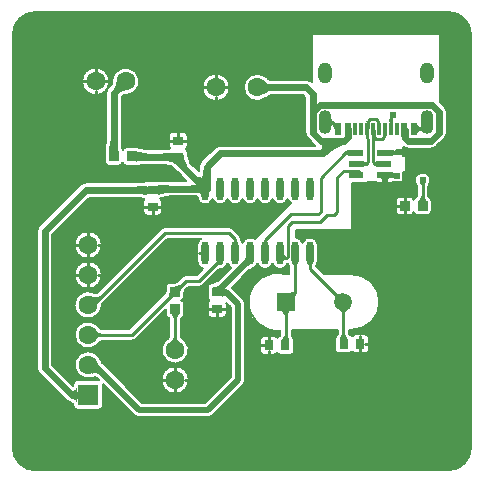
<source format=gtl>
G04 Layer: TopLayer*
G04 EasyEDA Pro v2.2.43.4, 2025-11-30 18:35:17*
G04 Gerber Generator version 0.3*
G04 Scale: 100 percent, Rotated: No, Reflected: No*
G04 Dimensions in millimeters*
G04 Leading zeros omitted, absolute positions, 4 integers and 5 decimals*
G04 Generated by custom config*
%FSLAX45Y45*%
%MOMM*%
%ADD10C,0.2032*%
%ADD11C,0.254*%
%ADD12C,1.6*%
%ADD13R,0.9X0.8*%
%ADD14R,1.2X0.55001*%
%ADD15R,1.8X1.8*%
%ADD16R,0.80648X0.86401*%
%ADD17R,0.86401X0.80648*%
%ADD18O,0.6069X1.97099*%
%ADD19O,0.60201X1.97099*%
%ADD20R,0.55001X1.1*%
%ADD21R,0.3X1.1*%
%ADD22O,1.1X2.0*%
%ADD23O,1.2X1.8*%
%ADD24R,0.8X0.9*%
%ADD25R,1.5X1.5*%
%ADD26C,1.5*%
%ADD27C,0.61*%
%ADD28C,0.508*%
%ADD29C,0.6096*%
G75*


G04 Copper Start*
G36*
G01X707062Y-1647292D02*
G01X1108160Y-1647292D01*
G01X1142745Y-1648760D01*
G01X1177082Y-1653154D01*
G01X1169918Y-1660961D01*
G01X1165353Y-1670523D01*
G01X1163786Y-1681002D01*
G01X1163786Y-1761002D01*
G01X1165539Y-1772069D01*
G01X1170626Y-1782053D01*
G01X1178549Y-1789976D01*
G01X1188533Y-1795063D01*
G01X1199600Y-1796816D01*
G01X1289600Y-1796816D01*
G01X1300667Y-1795063D01*
G01X1310651Y-1789976D01*
G01X1318574Y-1782053D01*
G01X1323661Y-1772069D01*
G01X1325414Y-1761002D01*
G01X1325414Y-1681002D01*
G01X1323493Y-1669432D01*
G01X1317938Y-1659102D01*
G01X1309343Y-1651122D01*
G01X1332275Y-1641816D01*
G01X1356365Y-1636142D01*
G01X1381040Y-1634236D01*
G01X1615205Y-1634236D01*
G01X1618876Y-1634604D01*
G01X1622567Y-1635246D01*
G01X1623041Y-1635377D01*
G01X1623201Y-1637797D01*
G01X1625380Y-1653256D01*
G01X1631133Y-1667768D01*
G01X1640138Y-1680520D01*
G01X1651889Y-1690797D01*
G01X1665728Y-1698023D01*
G01X1680877Y-1701791D01*
G01X1696488Y-1701890D01*
G01X1711684Y-1698316D01*
G01X1725614Y-1691268D01*
G01X1737495Y-1681141D01*
G01X1746662Y-1668505D01*
G01X1752600Y-1654067D01*
G01X1758501Y-1668438D01*
G01X1767601Y-1681029D01*
G01X1779395Y-1691140D01*
G01X1793229Y-1698210D01*
G01X1808332Y-1701846D01*
G01X1823868Y-1701846D01*
G01X1838971Y-1698210D01*
G01X1852805Y-1691140D01*
G01X1864599Y-1681029D01*
G01X1873699Y-1668438D01*
G01X1879600Y-1654067D01*
G01X1885501Y-1668438D01*
G01X1894601Y-1681029D01*
G01X1906395Y-1691140D01*
G01X1920229Y-1698210D01*
G01X1935332Y-1701846D01*
G01X1950868Y-1701846D01*
G01X1965971Y-1698210D01*
G01X1979805Y-1691140D01*
G01X1991599Y-1681029D01*
G01X2000699Y-1668438D01*
G01X2006600Y-1654067D01*
G01X2012501Y-1668438D01*
G01X2021601Y-1681029D01*
G01X2033395Y-1691140D01*
G01X2047229Y-1698210D01*
G01X2062332Y-1701846D01*
G01X2077868Y-1701846D01*
G01X2092971Y-1698210D01*
G01X2106805Y-1691140D01*
G01X2118599Y-1681029D01*
G01X2127699Y-1668438D01*
G01X2133600Y-1654067D01*
G01X2139501Y-1668438D01*
G01X2148601Y-1681029D01*
G01X2160395Y-1691140D01*
G01X2174229Y-1698210D01*
G01X2189332Y-1701846D01*
G01X2204868Y-1701846D01*
G01X2219971Y-1698210D01*
G01X2233805Y-1691140D01*
G01X2245599Y-1681029D01*
G01X2254699Y-1668438D01*
G01X2260600Y-1654067D01*
G01X2266501Y-1668438D01*
G01X2275601Y-1681029D01*
G01X2287395Y-1691140D01*
G01X2301229Y-1698210D01*
G01X2316332Y-1701846D01*
G01X2331868Y-1701846D01*
G01X2346971Y-1698210D01*
G01X2360805Y-1691140D01*
G01X2372599Y-1681029D01*
G01X2381699Y-1668438D01*
G01X2387600Y-1654067D01*
G01X2392059Y-1665696D01*
G01X2398625Y-1676279D01*
G01X2407065Y-1685438D01*
G01X2417077Y-1692846D01*
G01X2416520Y-1692846D01*
G01X2412535Y-1693639D01*
G01X2409156Y-1695896D01*
G01X2110514Y-1994538D01*
G01X2096682Y-1986292D01*
G01X2081264Y-1981647D01*
G01X2065179Y-1980878D01*
G01X2049388Y-1984033D01*
G01X2034833Y-1990923D01*
G01X2022383Y-2001136D01*
G01X2012781Y-2014063D01*
G01X2006600Y-2028933D01*
G01X2000705Y-2014571D01*
G01X1991614Y-2001987D01*
G01X1991614Y-1993900D01*
G01X1989961Y-1981344D01*
G01X1985114Y-1969643D01*
G01X1977405Y-1959595D01*
G01X1926605Y-1908795D01*
G01X1916557Y-1901086D01*
G01X1904856Y-1896239D01*
G01X1892300Y-1894586D01*
G01X1346200Y-1894586D01*
G01X1333644Y-1896239D01*
G01X1321943Y-1901086D01*
G01X1311895Y-1908795D01*
G01X773065Y-2447625D01*
G01X771323Y-2449184D01*
G01X770688Y-2449629D01*
G01X770308Y-2449830D01*
G01X769970Y-2449959D01*
G01X769433Y-2450093D01*
G01X768493Y-2450221D01*
G01X767019Y-2450276D01*
G01X765467Y-2450205D01*
G01X758899Y-2449249D01*
G01X751105Y-2447396D01*
G01X731178Y-2441592D01*
G01X710614Y-2437521D01*
G01X689653Y-2437225D01*
G01X668982Y-2440711D01*
G01X649278Y-2447867D01*
G01X631187Y-2458457D01*
G01X615301Y-2472135D01*
G01X602141Y-2488452D01*
G01X592138Y-2506874D01*
G01X585620Y-2526798D01*
G01X582800Y-2547570D01*
G01X583770Y-2568511D01*
G01X588500Y-2588933D01*
G01X596833Y-2608169D01*
G01X608498Y-2625587D01*
G01X623120Y-2640616D01*
G01X640211Y-2652765D01*
G01X659212Y-2661636D01*
G01X679499Y-2666937D01*
G01X700411Y-2668496D01*
G01X721260Y-2666262D01*
G01X741366Y-2660307D01*
G01X760070Y-2650826D01*
G01X776759Y-2638131D01*
G01X790887Y-2622636D01*
G01X801992Y-2604848D01*
G01X809710Y-2585351D01*
G01X813788Y-2564783D01*
G01X814094Y-2543816D01*
G01X1366295Y-1991614D01*
G01X1652765Y-1991614D01*
G01X1640433Y-2002154D01*
G01X1631050Y-2015386D01*
G01X1625182Y-2030510D01*
G01X1623186Y-2046609D01*
G01X1623186Y-2183507D01*
G01X1624747Y-2197770D01*
G01X1629359Y-2211358D01*
G01X1636801Y-2223625D01*
G01X1646721Y-2233992D01*
G01X1658649Y-2241966D01*
G01X1672021Y-2247170D01*
G01X1618205Y-2300986D01*
G01X1524864Y-2300986D01*
G01X1512307Y-2302639D01*
G01X1500607Y-2307486D01*
G01X1490559Y-2315195D01*
G01X1447749Y-2358005D01*
G01X1439508Y-2361819D01*
G01X1430522Y-2363126D01*
G01X1391900Y-2363126D01*
G01X1380833Y-2364879D01*
G01X1370849Y-2369966D01*
G01X1362926Y-2377889D01*
G01X1357839Y-2387873D01*
G01X1356086Y-2398940D01*
G01X1356086Y-2437563D01*
G01X1354778Y-2446548D01*
G01X1350965Y-2454789D01*
G01X1047568Y-2758186D01*
G01X808194Y-2758186D01*
G01X805045Y-2758049D01*
G01X796691Y-2744881D01*
G01X795122Y-2742608D01*
G01X793298Y-2740171D01*
G01X789052Y-2734497D01*
G01X788726Y-2734062D01*
G01X786586Y-2731467D01*
G01X785844Y-2730648D01*
G01X782721Y-2727204D01*
G01X780933Y-2725352D01*
G01X764871Y-2711791D01*
G01X746623Y-2701357D01*
G01X726789Y-2694394D01*
G01X706023Y-2691131D01*
G01X685009Y-2691675D01*
G01X664440Y-2696008D01*
G01X644992Y-2703988D01*
G01X627308Y-2715352D01*
G01X611969Y-2729725D01*
G01X599480Y-2746634D01*
G01X590254Y-2765521D01*
G01X584594Y-2785766D01*
G01X582686Y-2806700D01*
G01X584594Y-2827634D01*
G01X590254Y-2847879D01*
G01X599480Y-2866766D01*
G01X611969Y-2883675D01*
G01X627308Y-2898048D01*
G01X644992Y-2909412D01*
G01X664440Y-2917392D01*
G01X685009Y-2921725D01*
G01X706023Y-2922269D01*
G01X726789Y-2919006D01*
G01X746623Y-2912043D01*
G01X764871Y-2901609D01*
G01X780933Y-2888048D01*
G01X782721Y-2886196D01*
G01X785844Y-2882752D01*
G01X786586Y-2881933D01*
G01X788726Y-2879338D01*
G01X789052Y-2878903D01*
G01X793298Y-2873229D01*
G01X795122Y-2870792D01*
G01X796691Y-2868519D01*
G01X805045Y-2855351D01*
G01X808194Y-2855214D01*
G01X1067664Y-2855214D01*
G01X1080220Y-2853561D01*
G01X1091921Y-2848714D01*
G01X1101968Y-2841005D01*
G01X1356086Y-2586887D01*
G01X1356086Y-2630260D01*
G01X1357506Y-2640246D01*
G01X1361654Y-2649440D01*
G01X1368201Y-2657112D01*
G01X1376628Y-2662655D01*
G01X1386266Y-2665628D01*
G01X1386586Y-2668360D01*
G01X1386586Y-2824006D01*
G01X1386449Y-2827155D01*
G01X1373281Y-2835509D01*
G01X1371008Y-2837078D01*
G01X1368571Y-2838902D01*
G01X1362897Y-2843148D01*
G01X1362462Y-2843474D01*
G01X1359867Y-2845614D01*
G01X1359048Y-2846356D01*
G01X1355604Y-2849479D01*
G01X1353752Y-2851267D01*
G01X1340191Y-2867329D01*
G01X1329757Y-2885577D01*
G01X1322794Y-2905411D01*
G01X1319531Y-2926177D01*
G01X1320075Y-2947191D01*
G01X1324408Y-2967760D01*
G01X1332388Y-2987208D01*
G01X1343752Y-3004892D01*
G01X1358125Y-3020231D01*
G01X1375034Y-3032720D01*
G01X1393921Y-3041946D01*
G01X1414166Y-3047606D01*
G01X1435100Y-3049514D01*
G01X1456034Y-3047606D01*
G01X1476279Y-3041946D01*
G01X1495166Y-3032720D01*
G01X1512075Y-3020231D01*
G01X1526448Y-3004892D01*
G01X1537812Y-2987208D01*
G01X1545792Y-2967760D01*
G01X1550125Y-2947191D01*
G01X1550669Y-2926177D01*
G01X1547406Y-2905411D01*
G01X1540443Y-2885577D01*
G01X1530009Y-2867329D01*
G01X1516448Y-2851267D01*
G01X1514596Y-2849479D01*
G01X1511152Y-2846356D01*
G01X1510333Y-2845614D01*
G01X1507738Y-2843474D01*
G01X1507303Y-2843148D01*
G01X1501629Y-2838902D01*
G01X1499192Y-2837078D01*
G01X1496919Y-2835509D01*
G01X1483751Y-2827155D01*
G01X1483614Y-2824006D01*
G01X1483614Y-2668360D01*
G01X1483934Y-2665628D01*
G01X1493572Y-2662655D01*
G01X1501999Y-2657112D01*
G01X1508546Y-2649440D01*
G01X1512694Y-2640246D01*
G01X1514114Y-2630260D01*
G01X1514114Y-2549613D01*
G01X1512800Y-2539999D01*
G01X1508953Y-2531091D01*
G01X1502856Y-2523542D01*
G01X1494956Y-2517907D01*
G01X1485834Y-2514600D01*
G01X1494956Y-2511293D01*
G01X1502856Y-2505658D01*
G01X1508953Y-2498109D01*
G01X1512800Y-2489201D01*
G01X1514114Y-2479587D01*
G01X1514114Y-2440965D01*
G01X1515422Y-2431979D01*
G01X1519235Y-2423738D01*
G01X1544959Y-2398014D01*
G01X1638300Y-2398014D01*
G01X1650856Y-2396361D01*
G01X1662557Y-2391514D01*
G01X1672605Y-2383805D01*
G01X1807565Y-2248970D01*
G01X1810896Y-2249250D01*
G01X1811907Y-2249288D01*
G01X1815371Y-2249417D01*
G01X1816407Y-2249456D01*
G01X1823372Y-2249036D01*
G01X1823753Y-2248976D01*
G01X1829143Y-2248118D01*
G01X1829445Y-2248070D01*
G01X1835509Y-2246553D01*
G01X1838816Y-2245411D01*
G01X1842521Y-2243894D01*
G01X1855154Y-2236606D01*
G01X1865875Y-2226718D01*
G01X1874159Y-2214715D01*
G01X1879600Y-2201183D01*
G01X1884033Y-2212762D01*
G01X1890557Y-2223305D01*
G01X1898939Y-2232441D01*
G01X1908883Y-2239845D01*
G01X1799752Y-2348975D01*
G01X1787765Y-2357438D01*
G01X1774484Y-2363676D01*
G01X1760317Y-2367497D01*
G01X1745700Y-2368784D01*
G01X1734633Y-2370537D01*
G01X1724649Y-2375624D01*
G01X1716726Y-2383547D01*
G01X1711639Y-2393531D01*
G01X1709886Y-2404598D01*
G01X1709886Y-2484598D01*
G01X1711831Y-2496238D01*
G01X1717453Y-2506614D01*
G01X1726143Y-2514600D01*
G01X1717453Y-2522586D01*
G01X1711831Y-2532962D01*
G01X1709886Y-2544602D01*
G01X1709886Y-2624602D01*
G01X1711639Y-2635669D01*
G01X1716726Y-2645653D01*
G01X1724649Y-2653576D01*
G01X1734633Y-2658663D01*
G01X1745700Y-2660416D01*
G01X1835700Y-2660416D01*
G01X1846767Y-2658663D01*
G01X1856751Y-2653576D01*
G01X1864674Y-2645653D01*
G01X1869761Y-2635669D01*
G01X1871514Y-2624602D01*
G01X1871514Y-2544602D01*
G01X1869986Y-2534253D01*
G01X1907287Y-2571554D01*
G01X1907287Y-3162345D01*
G01X1689145Y-3380487D01*
G01X1155656Y-3380487D01*
G01X952184Y-3177014D01*
G01X1319780Y-3177014D01*
G01X1319780Y-3198386D01*
G01X1323707Y-3219394D01*
G01X1331428Y-3239323D01*
G01X1342679Y-3257493D01*
G01X1357077Y-3273287D01*
G01X1374132Y-3286167D01*
G01X1393263Y-3295693D01*
G01X1413819Y-3301542D01*
G01X1435100Y-3303514D01*
G01X1456381Y-3301542D01*
G01X1476937Y-3295693D01*
G01X1496068Y-3286167D01*
G01X1513123Y-3273287D01*
G01X1527521Y-3257493D01*
G01X1538772Y-3239323D01*
G01X1546493Y-3219394D01*
G01X1550420Y-3198386D01*
G01X1550420Y-3177014D01*
G01X1546493Y-3156006D01*
G01X1538772Y-3136077D01*
G01X1527521Y-3117907D01*
G01X1513123Y-3102113D01*
G01X1496068Y-3089233D01*
G01X1476937Y-3079707D01*
G01X1456381Y-3073858D01*
G01X1435100Y-3071886D01*
G01X1435100Y-3071886D01*
G01X1413819Y-3073858D01*
G01X1393263Y-3079707D01*
G01X1374132Y-3089233D01*
G01X1357077Y-3102113D01*
G01X1342679Y-3117907D01*
G01X1331428Y-3136077D01*
G01X1323707Y-3156006D01*
G01X1319780Y-3177014D01*
G01X952184Y-3177014D01*
G01X822217Y-3047047D01*
G01X820457Y-3044967D01*
G01X818440Y-3041917D01*
G01X815730Y-3037080D01*
G01X812713Y-3031084D01*
G01X806187Y-3017242D01*
G01X805688Y-3016225D01*
G01X803987Y-3012894D01*
G01X793737Y-2994800D01*
G01X780417Y-2978831D01*
G01X764456Y-2965502D01*
G01X746368Y-2955242D01*
G01X726737Y-2948381D01*
G01X706196Y-2945142D01*
G01X685407Y-2945629D01*
G01X665040Y-2949825D01*
G01X645751Y-2957596D01*
G01X628163Y-2968691D01*
G01X612843Y-2982753D01*
G01X600285Y-2999327D01*
G01X590893Y-3017881D01*
G01X584970Y-3037814D01*
G01X582707Y-3058486D01*
G01X584178Y-3079229D01*
G01X589334Y-3099374D01*
G01X598010Y-3118273D01*
G01X609926Y-3135316D01*
G01X624697Y-3149953D01*
G01X641848Y-3161712D01*
G01X660825Y-3170215D01*
G01X681017Y-3175187D01*
G01X701773Y-3176468D01*
G01X722423Y-3174016D01*
G01X742302Y-3167911D01*
G01X746334Y-3166605D01*
G01X750186Y-3165985D01*
G01X755069Y-3165842D01*
G01X760295Y-3166318D01*
G01X765208Y-3167369D01*
G01X769182Y-3168777D01*
G01X772464Y-3170534D01*
G01X773405Y-3171375D01*
G01X791004Y-3188974D01*
G01X788500Y-3188886D01*
G01X608500Y-3188886D01*
G01X597433Y-3190639D01*
G01X587449Y-3195726D01*
G01X579526Y-3203649D01*
G01X574439Y-3213633D01*
G01X572686Y-3224700D01*
G01X572686Y-3234832D01*
G01X396494Y-3058640D01*
G01X396494Y-2288014D01*
G01X583180Y-2288014D01*
G01X583180Y-2309386D01*
G01X587107Y-2330394D01*
G01X594828Y-2350323D01*
G01X606079Y-2368493D01*
G01X620477Y-2384287D01*
G01X637532Y-2397167D01*
G01X656663Y-2406693D01*
G01X677219Y-2412542D01*
G01X698500Y-2414514D01*
G01X698500Y-2414514D01*
G01X719781Y-2412542D01*
G01X740337Y-2406693D01*
G01X759468Y-2397167D01*
G01X776523Y-2384287D01*
G01X790921Y-2368493D01*
G01X802172Y-2350323D01*
G01X809893Y-2330394D01*
G01X813820Y-2309386D01*
G01X813820Y-2288014D01*
G01X809893Y-2267006D01*
G01X802172Y-2247077D01*
G01X790921Y-2228907D01*
G01X776523Y-2213113D01*
G01X759468Y-2200233D01*
G01X740337Y-2190707D01*
G01X719781Y-2184858D01*
G01X698500Y-2182886D01*
G01X677219Y-2184858D01*
G01X656663Y-2190707D01*
G01X637532Y-2200233D01*
G01X620477Y-2213113D01*
G01X606079Y-2228907D01*
G01X594828Y-2247077D01*
G01X587107Y-2267006D01*
G01X583180Y-2288014D01*
G01X396494Y-2288014D01*
G01X396494Y-2034014D01*
G01X583180Y-2034014D01*
G01X583180Y-2055386D01*
G01X587107Y-2076394D01*
G01X594828Y-2096323D01*
G01X606079Y-2114493D01*
G01X620477Y-2130287D01*
G01X637532Y-2143167D01*
G01X656663Y-2152693D01*
G01X677219Y-2158542D01*
G01X698500Y-2160514D01*
G01X698500Y-2160514D01*
G01X719781Y-2158542D01*
G01X740337Y-2152693D01*
G01X759468Y-2143167D01*
G01X776523Y-2130287D01*
G01X790921Y-2114493D01*
G01X802172Y-2096323D01*
G01X809893Y-2076394D01*
G01X813820Y-2055386D01*
G01X813820Y-2034014D01*
G01X809893Y-2013006D01*
G01X802172Y-1993077D01*
G01X790921Y-1974907D01*
G01X776523Y-1959113D01*
G01X759468Y-1946233D01*
G01X740337Y-1936707D01*
G01X719781Y-1930858D01*
G01X698500Y-1928886D01*
G01X677219Y-1930858D01*
G01X656663Y-1936707D01*
G01X637532Y-1946233D01*
G01X620477Y-1959113D01*
G01X606079Y-1974907D01*
G01X594828Y-1993077D01*
G01X587107Y-2013006D01*
G01X583180Y-2034014D01*
G01X396494Y-2034014D01*
G01X396494Y-1957860D01*
G01X707062Y-1647292D01*
G37*
G36*
G01X3939840Y-262700D02*
G01X3939840Y-3762700D01*
G01X3937908Y-3789717D01*
G01X3932150Y-3816184D01*
G01X3922685Y-3841562D01*
G01X3909704Y-3865335D01*
G01X3893471Y-3887019D01*
G01X3874319Y-3906171D01*
G01X3852635Y-3922404D01*
G01X3828862Y-3935385D01*
G01X3803484Y-3944850D01*
G01X3777017Y-3950608D01*
G01X3750000Y-3952540D01*
G01X250000Y-3952540D01*
G01X222983Y-3950608D01*
G01X196516Y-3944850D01*
G01X171138Y-3935385D01*
G01X147365Y-3922404D01*
G01X125681Y-3906171D01*
G01X106528Y-3887019D01*
G01X90296Y-3865335D01*
G01X77315Y-3841562D01*
G01X67850Y-3816184D01*
G01X62092Y-3789717D01*
G01X60160Y-3762700D01*
G01X60160Y-1930400D01*
G01X263906Y-1930400D01*
G01X263906Y-3086100D01*
G01X263906Y-3086100D01*
G01X265180Y-3099033D01*
G01X268952Y-3111470D01*
G01X275079Y-3122931D01*
G01X283323Y-3132977D01*
G01X511923Y-3361577D01*
G01X521969Y-3369821D01*
G01X533430Y-3375948D01*
G01X545867Y-3379720D01*
G01X558800Y-3380994D01*
G01X565183Y-3382526D01*
G01X570174Y-3386789D01*
G01X572686Y-3392853D01*
G01X572686Y-3404700D01*
G01X574439Y-3415767D01*
G01X579526Y-3425751D01*
G01X587449Y-3433674D01*
G01X597433Y-3438761D01*
G01X608500Y-3440514D01*
G01X788500Y-3440514D01*
G01X799567Y-3438761D01*
G01X809551Y-3433674D01*
G01X817474Y-3425751D01*
G01X822561Y-3415767D01*
G01X824314Y-3404700D01*
G01X824314Y-3224700D01*
G01X824226Y-3222196D01*
G01X1087016Y-3484986D01*
G01X1096292Y-3492598D01*
G01X1106875Y-3498255D01*
G01X1118359Y-3501739D01*
G01X1130301Y-3502915D01*
G01X1714501Y-3502915D01*
G01X1726443Y-3501739D01*
G01X1737926Y-3498255D01*
G01X1748509Y-3492598D01*
G01X1757786Y-3484986D01*
G01X2011786Y-3230986D01*
G01X2019398Y-3221709D01*
G01X2025055Y-3211126D01*
G01X2028539Y-3199643D01*
G01X2029715Y-3187701D01*
G01X2029715Y-2546198D01*
G01X2028539Y-2534256D01*
G01X2025055Y-2522773D01*
G01X2019398Y-2512190D01*
G01X2011786Y-2502914D01*
G01X1915370Y-2406498D01*
G01X2064600Y-2257267D01*
G01X2065619Y-2256369D01*
G01X2066726Y-2255568D01*
G01X2073490Y-2251508D01*
G01X2078355Y-2248902D01*
G01X2093241Y-2245226D01*
G01X2106874Y-2238210D01*
G01X2118517Y-2228234D01*
G01X2127541Y-2215837D01*
G01X2133456Y-2201692D01*
G01X2133744Y-2201692D01*
G01X2139712Y-2215931D01*
G01X2148829Y-2228392D01*
G01X2160595Y-2238390D01*
G01X2174364Y-2245376D01*
G01X2189380Y-2248968D01*
G01X2204820Y-2248968D01*
G01X2219836Y-2245376D01*
G01X2233605Y-2238390D01*
G01X2245371Y-2228392D01*
G01X2254488Y-2215931D01*
G01X2260456Y-2201692D01*
G01X2260744Y-2201692D01*
G01X2266698Y-2215906D01*
G01X2275790Y-2228349D01*
G01X2287522Y-2238341D01*
G01X2301255Y-2245336D01*
G01X2316236Y-2248951D01*
G01X2331646Y-2248988D01*
G01X2346645Y-2245446D01*
G01X2360411Y-2238518D01*
G01X2372192Y-2228584D01*
G01X2381344Y-2216185D01*
G01X2387367Y-2202000D01*
G01X2387812Y-2201927D01*
G01X2393684Y-2215882D01*
G01X2402586Y-2228129D01*
G01X2402586Y-2291886D01*
G01X2371386Y-2291886D01*
G01X2341353Y-2285045D01*
G01X2310699Y-2282021D01*
G01X2279908Y-2282861D01*
G01X2249465Y-2287551D01*
G01X2219849Y-2296018D01*
G01X2191527Y-2308129D01*
G01X2164946Y-2323692D01*
G01X2140523Y-2342463D01*
G01X2118645Y-2364145D01*
G01X2099655Y-2388398D01*
G01X2083853Y-2414838D01*
G01X2071487Y-2443050D01*
G01X2062754Y-2472588D01*
G01X2057789Y-2502988D01*
G01X2056672Y-2533770D01*
G01X2059420Y-2564450D01*
G01X2065990Y-2594543D01*
G01X2076278Y-2623577D01*
G01X2090122Y-2651093D01*
G01X2107304Y-2676658D01*
G01X2127554Y-2699869D01*
G01X2150552Y-2720360D01*
G01X2175935Y-2737809D01*
G01X2203305Y-2751941D01*
G01X2232229Y-2762532D01*
G01X2262252Y-2769417D01*
G01X2292901Y-2772486D01*
G01X2323694Y-2771692D01*
G01X2323694Y-2812500D01*
G01X2323385Y-2815183D01*
G01X2313760Y-2818052D01*
G01X2305310Y-2823481D01*
G01X2298700Y-2831043D01*
G01X2290714Y-2822353D01*
G01X2280338Y-2816731D01*
G01X2268698Y-2814786D01*
G01X2188698Y-2814786D01*
G01X2177631Y-2816539D01*
G01X2167647Y-2821626D01*
G01X2159724Y-2829549D01*
G01X2154637Y-2839533D01*
G01X2152884Y-2850600D01*
G01X2152884Y-2940600D01*
G01X2154637Y-2951667D01*
G01X2159724Y-2961651D01*
G01X2167647Y-2969574D01*
G01X2177631Y-2974661D01*
G01X2188698Y-2976414D01*
G01X2268698Y-2976414D01*
G01X2280338Y-2974469D01*
G01X2290714Y-2968847D01*
G01X2298700Y-2960157D01*
G01X2306686Y-2968847D01*
G01X2317062Y-2974469D01*
G01X2328702Y-2976414D01*
G01X2408702Y-2976414D01*
G01X2419769Y-2974661D01*
G01X2429753Y-2969574D01*
G01X2437676Y-2961651D01*
G01X2442763Y-2951667D01*
G01X2444516Y-2940600D01*
G01X2444516Y-2850600D01*
G01X2442919Y-2840024D01*
G01X2438270Y-2830392D01*
G01X2430984Y-2822562D01*
G01X2421711Y-2817232D01*
G01X2420722Y-2812500D01*
G01X2420722Y-2762714D01*
G01X2811678Y-2762714D01*
G01X2811678Y-2799800D01*
G01X2810689Y-2804532D01*
G01X2801416Y-2809862D01*
G01X2794130Y-2817692D01*
G01X2789481Y-2827324D01*
G01X2787884Y-2837900D01*
G01X2787884Y-2927900D01*
G01X2789637Y-2938967D01*
G01X2794724Y-2948951D01*
G01X2802647Y-2956874D01*
G01X2812631Y-2961961D01*
G01X2823698Y-2963714D01*
G01X2903698Y-2963714D01*
G01X2915338Y-2961769D01*
G01X2925714Y-2956147D01*
G01X2933700Y-2947457D01*
G01X2941686Y-2956147D01*
G01X2952062Y-2961769D01*
G01X2963702Y-2963714D01*
G01X3043702Y-2963714D01*
G01X3054769Y-2961961D01*
G01X3064753Y-2956874D01*
G01X3072676Y-2948951D01*
G01X3077763Y-2938967D01*
G01X3079516Y-2927900D01*
G01X3079516Y-2837900D01*
G01X3077763Y-2826833D01*
G01X3072676Y-2816849D01*
G01X3064753Y-2808926D01*
G01X3054769Y-2803839D01*
G01X3043702Y-2802086D01*
G01X2963702Y-2802086D01*
G01X2952062Y-2804031D01*
G01X2941686Y-2809653D01*
G01X2933700Y-2818343D01*
G01X2927090Y-2810781D01*
G01X2918640Y-2805352D01*
G01X2909015Y-2802483D01*
G01X2908706Y-2799800D01*
G01X2908706Y-2762714D01*
G01X2926663Y-2762714D01*
G01X2955354Y-2761420D01*
G01X2983674Y-2756642D01*
G01X3011201Y-2748452D01*
G01X3037527Y-2736971D01*
G01X3062258Y-2722371D01*
G01X3085028Y-2704867D01*
G01X3105498Y-2684722D01*
G01X3123362Y-2662234D01*
G01X3138356Y-2637739D01*
G01X3150255Y-2611600D01*
G01X3158884Y-2584206D01*
G01X3164112Y-2555967D01*
G01X3165864Y-2527300D01*
G01X3164112Y-2498633D01*
G01X3158884Y-2470394D01*
G01X3150255Y-2443000D01*
G01X3138356Y-2416861D01*
G01X3123362Y-2392366D01*
G01X3105498Y-2369878D01*
G01X3085028Y-2349733D01*
G01X3062258Y-2332229D01*
G01X3037527Y-2317629D01*
G01X3011201Y-2306148D01*
G01X2983674Y-2297958D01*
G01X2955354Y-2293180D01*
G01X2926663Y-2291886D01*
G01X2693387Y-2291886D01*
G01X2628035Y-2226533D01*
G01X2636743Y-2213602D01*
G01X2642171Y-2198988D01*
G01X2644014Y-2183507D01*
G01X2644014Y-2046609D01*
G01X2642138Y-2030994D01*
G01X2636616Y-2016267D01*
G01X2627762Y-2003269D01*
G01X2616081Y-1992737D01*
G01X2602238Y-1985273D01*
G01X2587020Y-1981301D01*
G01X2571295Y-1981047D01*
G01X2555957Y-1984525D01*
G01X2541879Y-1991538D01*
G01X2529864Y-2001687D01*
G01X2520595Y-2014393D01*
G01X2514600Y-2028933D01*
G01X2508957Y-2015030D01*
G01X2500316Y-2002763D01*
G01X2489125Y-1992769D01*
G01X2475964Y-1985564D01*
G01X2461514Y-1981522D01*
G01X2461514Y-1920674D01*
G01X2921000Y-1920674D01*
G01X2926207Y-1919279D01*
G01X2930019Y-1915467D01*
G01X2931414Y-1910260D01*
G01X2931414Y-1671300D01*
G01X3302926Y-1671300D01*
G01X3302926Y-1757700D01*
G01X3304679Y-1768767D01*
G01X3309766Y-1778751D01*
G01X3317689Y-1786674D01*
G01X3327673Y-1791761D01*
G01X3338740Y-1793514D01*
G01X3419387Y-1793514D01*
G01X3429001Y-1792200D01*
G01X3437909Y-1788353D01*
G01X3445458Y-1782256D01*
G01X3451093Y-1774356D01*
G01X3454400Y-1765234D01*
G01X3457707Y-1774356D01*
G01X3463342Y-1782256D01*
G01X3470891Y-1788353D01*
G01X3479799Y-1792200D01*
G01X3489413Y-1793514D01*
G01X3570060Y-1793514D01*
G01X3581127Y-1791761D01*
G01X3591111Y-1786674D01*
G01X3599034Y-1778751D01*
G01X3604121Y-1768767D01*
G01X3605874Y-1757700D01*
G01X3605874Y-1671300D01*
G01X3604002Y-1659873D01*
G01X3598582Y-1649640D01*
G01X3590181Y-1641672D01*
G01X3579676Y-1636801D01*
G01X3579114Y-1633200D01*
G01X3579114Y-1633200D01*
G01X3579114Y-1544067D01*
G01X3581032Y-1541660D01*
G01X3589452Y-1529161D01*
G01X3594833Y-1515084D01*
G01X3596896Y-1500155D01*
G01X3595535Y-1485146D01*
G01X3590820Y-1470832D01*
G01X3582996Y-1457952D01*
G01X3572465Y-1447172D01*
G01X3559772Y-1439047D01*
G01X3545573Y-1433998D01*
G01X3530600Y-1432286D01*
G01X3515627Y-1433998D01*
G01X3501428Y-1439047D01*
G01X3488735Y-1447172D01*
G01X3478204Y-1457952D01*
G01X3470380Y-1470832D01*
G01X3465665Y-1485146D01*
G01X3464304Y-1500155D01*
G01X3466367Y-1515084D01*
G01X3471748Y-1529161D01*
G01X3480168Y-1541660D01*
G01X3482086Y-1544067D01*
G01X3482086Y-1633200D01*
G01X3481662Y-1636334D01*
G01X3472139Y-1639927D01*
G01X3464010Y-1646054D01*
G01X3457934Y-1654220D01*
G01X3454400Y-1663766D01*
G01X3451093Y-1654644D01*
G01X3445458Y-1646744D01*
G01X3437909Y-1640647D01*
G01X3429001Y-1636800D01*
G01X3419387Y-1635486D01*
G01X3338740Y-1635486D01*
G01X3327673Y-1637239D01*
G01X3317689Y-1642326D01*
G01X3309766Y-1650249D01*
G01X3304679Y-1660233D01*
G01X3302926Y-1671300D01*
G01X2931414Y-1671300D01*
G01X2931414Y-1519314D01*
G01X3057140Y-1519314D01*
G01X3062413Y-1517880D01*
G01X3066234Y-1513974D01*
G01X3131211Y-1513974D01*
G01X3138477Y-1516392D01*
G01X3146090Y-1517211D01*
G01X3266089Y-1517211D01*
G01X3273703Y-1516392D01*
G01X3280968Y-1513974D01*
G01X3356600Y-1513974D01*
G01X3361807Y-1512579D01*
G01X3365619Y-1508767D01*
G01X3367014Y-1503560D01*
G01X3367014Y-1425074D01*
G01X3377020Y-1425074D01*
G01X3382227Y-1423679D01*
G01X3386039Y-1419867D01*
G01X3387434Y-1414660D01*
G01X3387434Y-1303060D01*
G01X3386039Y-1297853D01*
G01X3382227Y-1294041D01*
G01X3377020Y-1292646D01*
G01X3367014Y-1292646D01*
G01X3367014Y-1213739D01*
G01X3380061Y-1222586D01*
G01X3394828Y-1228103D01*
G01X3410480Y-1229977D01*
G01X3601110Y-1229977D01*
G01X3614044Y-1228703D01*
G01X3626480Y-1224930D01*
G01X3637941Y-1218804D01*
G01X3647987Y-1210560D01*
G01X3716955Y-1141592D01*
G01X3725200Y-1131546D01*
G01X3731326Y-1120084D01*
G01X3735099Y-1107648D01*
G01X3736373Y-1094715D01*
G01X3736373Y-921309D01*
G01X3735099Y-908375D01*
G01X3731326Y-895939D01*
G01X3725200Y-884478D01*
G01X3716955Y-874432D01*
G01X3680494Y-837970D01*
G01X3680494Y-271350D01*
G01X3679099Y-266143D01*
G01X3675287Y-262331D01*
G01X3670080Y-260936D01*
G01X2603720Y-260936D01*
G01X2598513Y-262331D01*
G01X2594701Y-266143D01*
G01X2593306Y-271350D01*
G01X2593306Y-665672D01*
G01X2591959Y-664326D01*
G01X2581914Y-656081D01*
G01X2570452Y-649955D01*
G01X2558016Y-646182D01*
G01X2545083Y-644909D01*
G01X2241169Y-644909D01*
G01X2237319Y-644594D01*
G01X2234829Y-643987D01*
G01X2231804Y-642781D01*
G01X2228095Y-640774D01*
G01X2223722Y-637866D01*
G01X2218922Y-634192D01*
G01X2207182Y-624150D01*
G01X2190736Y-612107D01*
G01X2172434Y-603133D01*
G01X2152842Y-597506D01*
G01X2132567Y-595402D01*
G01X2112238Y-596885D01*
G01X2092483Y-601910D01*
G01X2073915Y-610319D01*
G01X2057109Y-621855D01*
G01X2042585Y-636157D01*
G01X2030795Y-652785D01*
G01X2022102Y-671222D01*
G01X2016776Y-690898D01*
G01X2014982Y-711203D01*
G01X2016776Y-731507D01*
G01X2022102Y-751183D01*
G01X2030795Y-769620D01*
G01X2042585Y-786248D01*
G01X2057109Y-800551D01*
G01X2073915Y-812086D01*
G01X2092483Y-820496D01*
G01X2112238Y-825520D01*
G01X2132567Y-827003D01*
G01X2152842Y-824899D01*
G01X2172434Y-819272D01*
G01X2190736Y-810298D01*
G01X2207182Y-798255D01*
G01X2218922Y-788213D01*
G01X2223722Y-784539D01*
G01X2228095Y-781631D01*
G01X2231804Y-779624D01*
G01X2234829Y-778418D01*
G01X2237319Y-777811D01*
G01X2241169Y-777497D01*
G01X2517623Y-777497D01*
G01X2537427Y-797301D01*
G01X2537427Y-1094715D01*
G01X2538701Y-1107648D01*
G01X2542474Y-1120084D01*
G01X2548600Y-1131546D01*
G01X2556845Y-1141592D01*
G01X2618959Y-1203706D01*
G01X1816100Y-1203706D01*
G01X1803167Y-1204980D01*
G01X1790730Y-1208752D01*
G01X1779269Y-1214879D01*
G01X1769223Y-1223123D01*
G01X1654923Y-1337423D01*
G01X1646679Y-1347469D01*
G01X1640552Y-1358930D01*
G01X1636780Y-1371367D01*
G01X1635506Y-1384300D01*
G01X1635506Y-1407494D01*
G01X1635109Y-1420197D01*
G01X1565066Y-1350154D01*
G01X1554867Y-1333386D01*
G01X1547399Y-1315236D01*
G01X1542844Y-1296145D01*
G01X1541314Y-1276579D01*
G01X1541314Y-1261902D01*
G01X1539369Y-1250262D01*
G01X1533747Y-1239886D01*
G01X1525057Y-1231900D01*
G01X1533747Y-1223914D01*
G01X1539369Y-1213538D01*
G01X1541314Y-1201898D01*
G01X1541314Y-1121898D01*
G01X1539561Y-1110831D01*
G01X1534474Y-1100847D01*
G01X1526551Y-1092924D01*
G01X1516567Y-1087837D01*
G01X1505500Y-1086084D01*
G01X1415500Y-1086084D01*
G01X1404433Y-1087837D01*
G01X1394449Y-1092924D01*
G01X1386526Y-1100847D01*
G01X1381439Y-1110831D01*
G01X1379686Y-1121898D01*
G01X1379686Y-1201898D01*
G01X1381253Y-1212377D01*
G01X1385818Y-1221939D01*
G01X1392982Y-1229746D01*
G01X1358645Y-1234140D01*
G01X1324060Y-1235608D01*
G01X1197700Y-1235608D01*
G01X1171361Y-1233786D01*
G01X1145524Y-1228355D01*
G01X1120681Y-1219417D01*
G01X1113628Y-1217152D01*
G01X1106260Y-1216386D01*
G01X1025613Y-1216386D01*
G01X1015999Y-1217700D01*
G01X1007091Y-1221547D01*
G01X999542Y-1227644D01*
G01X993907Y-1235544D01*
G01X990600Y-1244666D01*
G01X990546Y-1244418D01*
G01X985557Y-1216770D01*
G01X982556Y-1188836D01*
G01X981558Y-1160760D01*
G01X981558Y-788596D01*
G01X984831Y-785323D01*
G01X987776Y-782822D01*
G01X989966Y-781491D01*
G01X992958Y-780205D01*
G01X996999Y-779001D01*
G01X1002148Y-777966D01*
G01X1008140Y-777169D01*
G01X1023552Y-775967D01*
G01X1043696Y-772853D01*
G01X1062982Y-766256D01*
G01X1080812Y-756380D01*
G01X1096635Y-743531D01*
G01X1109961Y-728107D01*
G01X1120376Y-710586D01*
G01X1124166Y-700517D01*
G01X1665464Y-700517D01*
G01X1665464Y-721888D01*
G01X1669391Y-742897D01*
G01X1677112Y-762825D01*
G01X1688362Y-780996D01*
G01X1702761Y-796790D01*
G01X1719816Y-809669D01*
G01X1738947Y-819196D01*
G01X1759503Y-825044D01*
G01X1780784Y-827016D01*
G01X1802065Y-825044D01*
G01X1822621Y-819196D01*
G01X1841752Y-809669D01*
G01X1858807Y-796790D01*
G01X1873205Y-780996D01*
G01X1884456Y-762825D01*
G01X1892177Y-742897D01*
G01X1896104Y-721888D01*
G01X1896104Y-700517D01*
G01X1892177Y-679509D01*
G01X1884456Y-659580D01*
G01X1873205Y-641409D01*
G01X1858807Y-625615D01*
G01X1841752Y-612736D01*
G01X1822621Y-603209D01*
G01X1802065Y-597361D01*
G01X1780784Y-595389D01*
G01X1780784Y-595389D01*
G01X1759503Y-597361D01*
G01X1738947Y-603209D01*
G01X1719816Y-612736D01*
G01X1702761Y-625615D01*
G01X1688362Y-641409D01*
G01X1677112Y-659580D01*
G01X1669391Y-679509D01*
G01X1665464Y-700517D01*
G01X1124166Y-700517D01*
G01X1127557Y-691510D01*
G01X1131284Y-671470D01*
G01X1131439Y-651088D01*
G01X1128018Y-630994D01*
G01X1121128Y-611811D01*
G01X1110981Y-594133D01*
G01X1097893Y-578507D01*
G01X1082267Y-565419D01*
G01X1064589Y-555272D01*
G01X1045406Y-548382D01*
G01X1025312Y-544961D01*
G01X1004930Y-545116D01*
G01X984890Y-548843D01*
G01X965814Y-556024D01*
G01X948293Y-566439D01*
G01X932869Y-579765D01*
G01X920020Y-595588D01*
G01X910144Y-613418D01*
G01X903547Y-632704D01*
G01X900433Y-652848D01*
G01X899231Y-668260D01*
G01X898434Y-674252D01*
G01X897399Y-679401D01*
G01X896195Y-683442D01*
G01X894909Y-686434D01*
G01X893578Y-688624D01*
G01X891077Y-691569D01*
G01X868387Y-714259D01*
G01X860142Y-724305D01*
G01X854016Y-735767D01*
G01X850243Y-748203D01*
G01X848970Y-761136D01*
G01X848970Y-1160760D01*
G01X847964Y-1188890D01*
G01X844951Y-1216877D01*
G01X839946Y-1244577D01*
G01X839126Y-1252200D01*
G01X839126Y-1338600D01*
G01X840879Y-1349667D01*
G01X845966Y-1359651D01*
G01X853889Y-1367574D01*
G01X863873Y-1372661D01*
G01X874940Y-1374414D01*
G01X955587Y-1374414D01*
G01X965201Y-1373100D01*
G01X974109Y-1369253D01*
G01X981658Y-1363156D01*
G01X987293Y-1355256D01*
G01X990600Y-1346134D01*
G01X993907Y-1355256D01*
G01X999542Y-1363156D01*
G01X1007091Y-1369253D01*
G01X1015999Y-1373100D01*
G01X1025613Y-1374414D01*
G01X1106260Y-1374414D01*
G01X1111108Y-1374085D01*
G01X1154304Y-1369670D01*
G01X1197700Y-1368196D01*
G01X1324060Y-1368196D01*
G01X1361739Y-1369940D01*
G01X1399096Y-1375154D01*
G01X1428498Y-1401960D01*
G01X1457061Y-1429657D01*
G01X1529052Y-1501648D01*
G01X1257656Y-1501648D01*
G01X1246830Y-1502538D01*
G01X1236295Y-1505184D01*
G01X1199600Y-1505184D01*
G01X1192223Y-1505952D01*
G01X1164426Y-1510806D01*
G01X1136361Y-1513728D01*
G01X1108160Y-1514704D01*
G01X679602Y-1514704D01*
G01X666669Y-1515977D01*
G01X654233Y-1519750D01*
G01X642771Y-1525876D01*
G01X632725Y-1534121D01*
G01X283323Y-1883523D01*
G01X275079Y-1893569D01*
G01X268952Y-1905030D01*
G01X265180Y-1917467D01*
G01X263906Y-1930400D01*
G01X60160Y-1930400D01*
G01X60160Y-660400D01*
G01X646186Y-660400D01*
G01X648158Y-681681D01*
G01X654007Y-702237D01*
G01X663533Y-721368D01*
G01X676413Y-738423D01*
G01X692207Y-752821D01*
G01X710377Y-764072D01*
G01X730306Y-771793D01*
G01X751314Y-775720D01*
G01X772686Y-775720D01*
G01X793694Y-771793D01*
G01X813623Y-764072D01*
G01X831793Y-752821D01*
G01X847587Y-738423D01*
G01X860467Y-721368D01*
G01X869993Y-702237D01*
G01X875842Y-681681D01*
G01X877814Y-660400D01*
G01X877814Y-660400D01*
G01X875842Y-639119D01*
G01X869993Y-618563D01*
G01X860467Y-599432D01*
G01X847587Y-582377D01*
G01X831793Y-567979D01*
G01X813623Y-556728D01*
G01X793694Y-549007D01*
G01X772686Y-545080D01*
G01X751314Y-545080D01*
G01X730306Y-549007D01*
G01X710377Y-556728D01*
G01X692207Y-567979D01*
G01X676413Y-582377D01*
G01X663533Y-599432D01*
G01X654007Y-618563D01*
G01X648158Y-639119D01*
G01X646186Y-660400D01*
G01X60160Y-660400D01*
G01X60160Y-262700D01*
G01X62092Y-235683D01*
G01X67850Y-209216D01*
G01X77315Y-183838D01*
G01X90296Y-160065D01*
G01X106528Y-138381D01*
G01X125681Y-119228D01*
G01X147365Y-102996D01*
G01X171138Y-90015D01*
G01X196516Y-80550D01*
G01X222983Y-74792D01*
G01X250000Y-72860D01*
G01X3750000Y-72860D01*
G01X3777017Y-74792D01*
G01X3803484Y-80550D01*
G01X3828862Y-90015D01*
G01X3852635Y-102996D01*
G01X3874319Y-119228D01*
G01X3893471Y-138381D01*
G01X3909704Y-160065D01*
G01X3922685Y-183838D01*
G01X3932150Y-209216D01*
G01X3937908Y-235683D01*
G01X3939840Y-262700D01*
G37*
G54D10*
G01X707062Y-1647292D02*
G01X1108160Y-1647292D01*
G02X1177082Y-1653154I-0J-408093D01*
G03X1163786Y-1681002I22519J-27849D01*
G01X1163786Y-1761002D01*
G03X1199600Y-1796816I35814J0D01*
G01X1289600Y-1796816D01*
G03X1325414Y-1761002I0J35814D01*
G01X1325414Y-1681002D01*
G03X1309343Y-1651122I-35814J0D01*
G02X1381040Y-1634236I71697J-143773D01*
G01X1615205Y-1634236D01*
G01X1618876Y-1634604D01*
G01X1622567Y-1635246D01*
G01X1623041Y-1635377D01*
G01X1623201Y-1637797D01*
G03X1752600Y-1654067I65899J1406D01*
G03X1879600Y-1654067I63500J17676D01*
G03X2006600Y-1654067I63500J17676D01*
G03X2133600Y-1654067I63500J17676D01*
G03X2260600Y-1654067I63500J17676D01*
G03X2387600Y-1654067I63500J17676D01*
G03X2417077Y-1692846I63500J17676D01*
G01X2416520Y-1692846D01*
G03X2409156Y-1695896I0J-10414D01*
G01X2110514Y-1994538D01*
G03X2006600Y-2028933I-40414J-52071D01*
G03X1991614Y-2001987I-63500J-17676D01*
G01X1991614Y-1993900D01*
G03X1977405Y-1959595I-48514J0D01*
G01X1926605Y-1908795D01*
G03X1892300Y-1894586I-34305J-34305D01*
G01X1346200Y-1894586D01*
G03X1311895Y-1908795I0J-48514D01*
G01X773065Y-2447625D01*
G01X771323Y-2449184D01*
G01X770688Y-2449629D01*
G01X770308Y-2449830D01*
G01X769970Y-2449959D01*
G01X769433Y-2450093D01*
G01X768493Y-2450221D01*
G01X767019Y-2450276D01*
G01X765467Y-2450205D01*
G01X758899Y-2449249D01*
G01X751105Y-2447396D01*
G01X731178Y-2441592D01*
G03X608498Y-2625587I-32678J-111108D01*
G03X814094Y-2543816I90038J72968D01*
G01X1366295Y-1991614D01*
G01X1652765Y-1991614D01*
G03X1623186Y-2046609I36335J-54995D01*
G01X1623186Y-2183507D01*
G03X1672021Y-2247170I65914J0D01*
G01X1618205Y-2300986D01*
G01X1524864Y-2300986D01*
G03X1490559Y-2315195I0J-48514D01*
G01X1447749Y-2358005D01*
G02X1430522Y-2363126I-17227J26417D01*
G01X1391900Y-2363126D01*
G03X1356086Y-2398940I0J-35814D01*
G01X1356086Y-2437563D01*
G02X1350965Y-2454789I-31538J0D01*
G01X1047568Y-2758186D01*
G01X808194Y-2758186D01*
G01X805045Y-2758049D01*
G01X796691Y-2744881D01*
G03X795122Y-2742608I-30241J-19187D01*
G01X793298Y-2740171D01*
G03X789052Y-2734497I-94798J-66529D01*
G01X788726Y-2734062D01*
G03X786586Y-2731467I-28672J-21461D01*
G01X785844Y-2730648D01*
G03X782721Y-2727204I-87344J-76052D01*
G03X780933Y-2725352I-28545J-25761D01*
G03X582686Y-2806700I-82433J-81348D01*
G03X780933Y-2888048I115814J0D01*
G03X782721Y-2886196I-26757J27614D01*
G03X785844Y-2882752I-84221J79496D01*
G01X786586Y-2881933D01*
G03X788726Y-2879338I-26533J24056D01*
G01X789052Y-2878903D01*
G03X793298Y-2873229I-90552J72203D01*
G01X795122Y-2870792D01*
G03X796691Y-2868519I-28672J21461D01*
G01X805045Y-2855351D01*
G01X808194Y-2855214D01*
G01X1067664Y-2855214D01*
G03X1101968Y-2841005I0J48514D01*
G01X1356086Y-2586887D01*
G01X1356086Y-2630260D01*
G03X1386266Y-2665628I35814J0D01*
G02X1386586Y-2668360I-11491J-2732D01*
G01X1386586Y-2824006D01*
G01X1386449Y-2827155D01*
G01X1373281Y-2835509D01*
G03X1371008Y-2837078I19187J-30241D01*
G01X1368571Y-2838902D01*
G03X1362897Y-2843148I66529J-94798D01*
G01X1362462Y-2843474D01*
G03X1359867Y-2845614I21461J-28672D01*
G01X1359048Y-2846356D01*
G03X1355604Y-2849479I76052J-87344D01*
G03X1353752Y-2851267I25761J-28545D01*
G03X1435100Y-3049514I81348J-82433D01*
G03X1516448Y-2851267I0J115814D01*
G03X1514596Y-2849479I-27614J-26757D01*
G03X1511152Y-2846356I-79496J-84221D01*
G01X1510333Y-2845614D01*
G03X1507738Y-2843474I-24056J-26533D01*
G01X1507303Y-2843148D01*
G03X1501629Y-2838902I-72203J-90552D01*
G01X1499192Y-2837078D01*
G03X1496919Y-2835509I-21461J-28672D01*
G01X1483751Y-2827155D01*
G01X1483614Y-2824006D01*
G01X1483614Y-2668360D01*
G02X1483934Y-2665628I11811J0D01*
G03X1514114Y-2630260I-5634J35368D01*
G01X1514114Y-2549613D01*
G03X1485834Y-2514600I-35814J0D01*
G03X1514114Y-2479587I-7534J35013D01*
G01X1514114Y-2440965D01*
G02X1519235Y-2423738I31538J0D01*
G01X1544959Y-2398014D01*
G01X1638300Y-2398014D01*
G03X1672605Y-2383805I0J48514D01*
G01X1807565Y-2248970D01*
G03X1810896Y-2249250I4669J35508D01*
G01X1811907Y-2249288D01*
G03X1815371Y-2249417I4193J65781D01*
G01X1816407Y-2249456D01*
G03X1823372Y-2249036I1338J35789D01*
G01X1823753Y-2248976D01*
G03X1829143Y-2248118I-7653J65469D01*
G01X1829445Y-2248070D01*
G03X1835509Y-2246553I-5627J35369D01*
G01X1838816Y-2245411D01*
G03X1842521Y-2243894I-11691J33852D01*
G03X1879600Y-2201183I-26421J60387D01*
G03X1908883Y-2239845I63500J17676D01*
G01X1799752Y-2348975D01*
G02X1745700Y-2368784I-54052J63844D01*
G03X1709886Y-2404598I0J-35814D01*
G01X1709886Y-2484598D01*
G03X1726143Y-2514600I35814J0D01*
G03X1709886Y-2544602I19557J-30002D01*
G01X1709886Y-2624602D01*
G03X1745700Y-2660416I35814J0D01*
G01X1835700Y-2660416D01*
G03X1871514Y-2624602I0J35814D01*
G01X1871514Y-2544602D01*
G03X1869986Y-2534253I-35814J0D01*
G01X1907287Y-2571554D01*
G01X1907287Y-3162345D01*
G01X1689145Y-3380487D01*
G01X1155656Y-3380487D01*
G01X822217Y-3047047D01*
G01X820457Y-3044967D01*
G01X818440Y-3041917D01*
G01X815730Y-3037080D01*
G01X812713Y-3031084D01*
G01X806187Y-3017242D01*
G01X805688Y-3016225D01*
G01X803987Y-3012894D01*
G03X590893Y-3017881I-105487J-47806D01*
G03X742302Y-3167911I107607J-42819D01*
G01X746334Y-3166605D01*
G01X750186Y-3165985D01*
G01X755069Y-3165842D01*
G01X760295Y-3166318D01*
G01X765208Y-3167369D01*
G01X769182Y-3168777D01*
G01X772464Y-3170534D01*
G01X773405Y-3171375D01*
G01X791004Y-3188974D01*
G01X788500Y-3188886D01*
G01X608500Y-3188886D01*
G03X572686Y-3224700I0J-35814D01*
G01X572686Y-3234832D01*
G01X396494Y-3058640D01*
G01X396494Y-1957860D01*
G01X707062Y-1647292D01*
G01X698500Y-2160514D02*
G03X698500Y-1928886I0J115814D01*
G03X698500Y-2160514I0J-115814D01*
G01X698500Y-2414514D02*
G03X698500Y-2182886I0J115814D01*
G03X698500Y-2414514I0J-115814D01*
G01X1435100Y-3071886D02*
G03X1435100Y-3303514I0J-115814D01*
G03X1435100Y-3071886I0J115814D01*
G01X3939840Y-262700D02*
G01X3939840Y-3762700D01*
G02X3750000Y-3952540I-189840J0D01*
G01X250000Y-3952540D01*
G02X60160Y-3762700I0J189840D01*
G01X60160Y-262700D01*
G02X250000Y-72860I189840J0D01*
G01X3750000Y-72860D01*
G02X3939840Y-262700I0J-189840D01*
G01X263906Y-3086100D02*
G03X283323Y-3132977I66294J0D01*
G01X511923Y-3361577D01*
G03X558800Y-3380994I46877J46877D01*
G02X572686Y-3392853I0J-14059D01*
G01X572686Y-3404700D01*
G03X608500Y-3440514I35814J0D01*
G01X788500Y-3440514D01*
G03X824314Y-3404700I0J35814D01*
G01X824314Y-3224700D01*
G01X824226Y-3222196D01*
G01X1087016Y-3484986D01*
G03X1130301Y-3502915I43285J43285D01*
G01X1714501Y-3502915D01*
G03X1757786Y-3484986I0J61214D01*
G01X2011786Y-3230986D01*
G03X2029715Y-3187701I-43285J43285D01*
G01X2029715Y-2546198D01*
G03X2011786Y-2502914I-61214J0D01*
G01X1915370Y-2406498D01*
G01X2064600Y-2257267D01*
G01X2065619Y-2256369D01*
G01X2066726Y-2255568D01*
G01X2073490Y-2251508D01*
G01X2078355Y-2248902D01*
G03X2133456Y-2201692I-8255J65395D01*
G01X2133744Y-2201692D01*
G03X2260456Y-2201692I63356J18185D01*
G01X2260744Y-2201692D01*
G03X2387367Y-2202000I63356J18185D01*
G01X2387812Y-2201927D01*
G03X2402586Y-2228129I63288J18420D01*
G01X2402586Y-2291886D01*
G01X2371386Y-2291886D01*
G03X2057789Y-2502988I-69406J-235374D01*
G03X2323694Y-2771692I244191J-24272D01*
G01X2323694Y-2812500D01*
G02X2323385Y-2815183I-11811J0D01*
G03X2298700Y-2831043I5318J-35417D01*
G03X2268698Y-2814786I-30002J-19557D01*
G01X2188698Y-2814786D01*
G03X2152884Y-2850600I0J-35814D01*
G01X2152884Y-2940600D01*
G03X2188698Y-2976414I35814J0D01*
G01X2268698Y-2976414D01*
G03X2298700Y-2960157I0J35814D01*
G03X2328702Y-2976414I30002J19557D01*
G01X2408702Y-2976414D01*
G03X2444516Y-2940600I0J35814D01*
G01X2444516Y-2850600D01*
G03X2421711Y-2817232I-35814J0D01*
G02X2420722Y-2812500I10822J4732D01*
G01X2420722Y-2762714D01*
G01X2811678Y-2762714D01*
G01X2811678Y-2799800D01*
G02X2810689Y-2804532I-11811J0D01*
G03X2787884Y-2837900I13009J-33368D01*
G01X2787884Y-2927900D01*
G03X2823698Y-2963714I35814J0D01*
G01X2903698Y-2963714D01*
G03X2933700Y-2947457I0J35814D01*
G03X2963702Y-2963714I30002J19557D01*
G01X3043702Y-2963714D01*
G03X3079516Y-2927900I0J35814D01*
G01X3079516Y-2837900D01*
G03X3043702Y-2802086I-35814J0D01*
G01X2963702Y-2802086D01*
G03X2933700Y-2818343I0J-35814D01*
G03X2909015Y-2802483I-30002J-19557D01*
G02X2908706Y-2799800I11502J2683D01*
G01X2908706Y-2762714D01*
G01X2926663Y-2762714D01*
G03X3165864Y-2527300I3757J235414D01*
G03X2926663Y-2291886I-235444J0D01*
G01X2693387Y-2291886D01*
G01X2628035Y-2226533D01*
G03X2644014Y-2183507I-49935J43026D01*
G01X2644014Y-2046609D01*
G03X2514600Y-2028933I-65914J0D01*
G03X2461514Y-1981522I-63500J-17676D01*
G01X2461514Y-1920674D01*
G01X2921000Y-1920674D01*
G03X2931414Y-1910260I0J10414D01*
G01X2931414Y-1519314D01*
G01X3057140Y-1519314D01*
G03X3066234Y-1513974I0J10414D01*
G01X3131211Y-1513974D01*
G03X3146090Y-1517211I14878J32577D01*
G01X3266089Y-1517211D01*
G03X3280968Y-1513974I0J35814D01*
G01X3356600Y-1513974D01*
G03X3367014Y-1503560I0J10414D01*
G01X3367014Y-1425074D01*
G01X3377020Y-1425074D01*
G03X3387434Y-1414660I0J10414D01*
G01X3387434Y-1303060D01*
G03X3377020Y-1292646I-10414J0D01*
G01X3367014Y-1292646D01*
G01X3367014Y-1213739D01*
G03X3410480Y-1229977I43466J50056D01*
G01X3601110Y-1229977D01*
G03X3647987Y-1210560I0J66294D01*
G01X3716955Y-1141592D01*
G03X3736373Y-1094715I-46877J46877D01*
G01X3736373Y-921309D01*
G03X3716955Y-874432I-66294J0D01*
G01X3680494Y-837970D01*
G01X3680494Y-271350D01*
G03X3670080Y-260936I-10414J0D01*
G01X2603720Y-260936D01*
G03X2593306Y-271350I0J-10414D01*
G01X2593306Y-665672D01*
G01X2591959Y-664326D01*
G03X2545083Y-644909I-46877J-46877D01*
G01X2241169Y-644909D01*
G01X2237319Y-644594D01*
G01X2234829Y-643987D01*
G01X2231804Y-642781D01*
G01X2228095Y-640774D01*
G01X2223722Y-637866D01*
G01X2218922Y-634192D01*
G01X2207182Y-624150D01*
G03X2014982Y-711203I-76386J-87052D01*
G03X2207182Y-798255I115814J0D01*
G01X2218922Y-788213D01*
G01X2223722Y-784539D01*
G01X2228095Y-781631D01*
G01X2231804Y-779624D01*
G01X2234829Y-778418D01*
G01X2237319Y-777811D01*
G01X2241169Y-777497D01*
G01X2517623Y-777497D01*
G01X2537427Y-797301D01*
G01X2537427Y-1094715D01*
G03X2556845Y-1141592I66294J0D01*
G01X2618959Y-1203706D01*
G01X1816100Y-1203706D01*
G03X1769223Y-1223123I0J-66294D01*
G01X1654923Y-1337423D01*
G03X1635506Y-1384300I46877J-46877D01*
G01X1635506Y-1407494D01*
G01X1635109Y-1420197D01*
G01X1565066Y-1350154D01*
G02X1541314Y-1276579I102079J73575D01*
G01X1541314Y-1261902D01*
G03X1525057Y-1231900I-35814J0D01*
G03X1541314Y-1201898I-19557J30002D01*
G01X1541314Y-1121898D01*
G03X1505500Y-1086084I-35814J0D01*
G01X1415500Y-1086084D01*
G03X1379686Y-1121898I0J-35814D01*
G01X1379686Y-1201898D01*
G03X1392982Y-1229746I35814J0D01*
G02X1324060Y-1235608I-68922J402231D01*
G01X1197700Y-1235608D01*
G02X1120681Y-1219417I0J191282D01*
G03X1106260Y-1216386I-14420J-32782D01*
G01X1025613Y-1216386D01*
G03X990600Y-1244666I0J-35814D01*
G01X990546Y-1244418D01*
G02X981558Y-1160760I384059J83577D01*
G01X981558Y-788596D01*
G01X984831Y-785323D01*
G01X987776Y-782822D01*
G01X989966Y-781491D01*
G01X992958Y-780205D01*
G01X996999Y-779001D01*
G01X1002148Y-777966D01*
G01X1008140Y-777169D01*
G01X1023552Y-775967D01*
G03X1097893Y-578507I-7552J115567D01*
G03X900433Y-652848I-81893J-81893D01*
G01X899231Y-668260D01*
G01X898434Y-674252D01*
G01X897399Y-679401D01*
G01X896195Y-683442D01*
G01X894909Y-686434D01*
G01X893578Y-688624D01*
G01X891077Y-691569D01*
G01X868387Y-714259D01*
G03X848970Y-761136I46877J-46877D01*
G01X848970Y-1160760D01*
G02X839946Y-1244577I-393806J0D01*
G03X839126Y-1252200I34993J-7623D01*
G01X839126Y-1338600D01*
G03X874940Y-1374414I35814J0D01*
G01X955587Y-1374414D01*
G03X990600Y-1346134I0J35814D01*
G03X1025613Y-1374414I35013J7534D01*
G01X1106260Y-1374414D01*
G03X1111108Y-1374085I0J35814D01*
G02X1197700Y-1368196I86592J-633764D01*
G01X1324060Y-1368196D01*
G02X1399096Y-1375154I-0J-408093D01*
G02X1457061Y-1429657I-856236J-968703D01*
G01X1529052Y-1501648D01*
G01X1257656Y-1501648D01*
G03X1236295Y-1505184I0J-66294D01*
G01X1199600Y-1505184D01*
G03X1192223Y-1505952I0J-35814D01*
G02X1108160Y-1514704I-84063J399341D01*
G01X679602Y-1514704D01*
G03X632725Y-1534121I0J-66294D01*
G01X283323Y-1883523D01*
G03X263906Y-1930400I46877J-46877D01*
G01X263906Y-3086100D01*
G01X877814Y-660400D02*
G03X646186Y-660400I-115814J0D01*
G03X877814Y-660400I115814J0D01*
G01X1780784Y-595389D02*
G03X1780784Y-827016I0J-115814D01*
G03X1780784Y-595389I0J115814D01*
G01X3579114Y-1633200D02*
G01X3579114Y-1544067D01*
G01X3581032Y-1541660D01*
G03X3530600Y-1432286I-50432J43060D01*
G03X3480168Y-1541660I0J-66314D01*
G01X3482086Y-1544067D01*
G01X3482086Y-1633200D01*
G02X3481662Y-1636334I-11811J0D01*
G03X3454400Y-1663766I7750J-34965D01*
G03X3419387Y-1635486I-35013J-7534D01*
G01X3338740Y-1635486D01*
G03X3302926Y-1671300I0J-35814D01*
G01X3302926Y-1757700D01*
G03X3338740Y-1793514I35814J0D01*
G01X3419387Y-1793514D01*
G03X3454400Y-1765234I0J35814D01*
G03X3489413Y-1793514I35013J7534D01*
G01X3570060Y-1793514D01*
G03X3605874Y-1757700I0J35814D01*
G01X3605874Y-1671300D01*
G03X3579676Y-1636801I-35814J0D01*
G02X3579114Y-1633200I11249J3601D01*
G54D11*
G01X1701038Y-711203D02*
G01X1675130Y-711203D01*
G01X1860530Y-711203D02*
G01X1886438Y-711203D01*
G01X1780784Y-790948D02*
G01X1780784Y-816856D01*
G01X1780784Y-631457D02*
G01X1780784Y-605549D01*
G01X1355354Y-3187700D02*
G01X1329446Y-3187700D01*
G01X1514846Y-3187700D02*
G01X1540754Y-3187700D01*
G01X1435100Y-3267446D02*
G01X1435100Y-3293354D01*
G01X1435100Y-3107954D02*
G01X1435100Y-3082046D01*
G01X762000Y-580654D02*
G01X762000Y-554746D01*
G01X762000Y-740146D02*
G01X762000Y-766054D01*
G01X682254Y-660400D02*
G01X656346Y-660400D01*
G01X841746Y-660400D02*
G01X867654Y-660400D01*
G01X778246Y-2298700D02*
G01X804154Y-2298700D01*
G01X618754Y-2298700D02*
G01X592846Y-2298700D01*
G01X698500Y-2218954D02*
G01X698500Y-2193046D01*
G01X698500Y-2378446D02*
G01X698500Y-2404354D01*
G01X778246Y-2044700D02*
G01X804154Y-2044700D01*
G01X618754Y-2044700D02*
G01X592846Y-2044700D01*
G01X698500Y-1964954D02*
G01X698500Y-1939046D01*
G01X698500Y-2124446D02*
G01X698500Y-2150354D01*
G01X3379064Y-1671554D02*
G01X3379064Y-1645646D01*
G01X3379064Y-1757446D02*
G01X3379064Y-1783354D01*
G01X3338994Y-1714500D02*
G01X3313086Y-1714500D01*
G01X3003702Y-2838154D02*
G01X3003702Y-2812246D01*
G01X3003702Y-2927646D02*
G01X3003702Y-2953554D01*
G01X3043448Y-2882900D02*
G01X3069356Y-2882900D01*
G01X1659254Y-2115058D02*
G01X1633346Y-2115058D01*
G01X1505246Y-1161898D02*
G01X1531154Y-1161898D01*
G01X1415754Y-1161898D02*
G01X1389846Y-1161898D01*
G01X1460500Y-1122152D02*
G01X1460500Y-1096244D01*
G01X2228698Y-2940346D02*
G01X2228698Y-2966254D01*
G01X2228698Y-2850854D02*
G01X2228698Y-2824946D01*
G01X2188952Y-2895600D02*
G01X2163044Y-2895600D01*
G01X1289346Y-1721002D02*
G01X1315254Y-1721002D01*
G01X1199854Y-1721002D02*
G01X1173946Y-1721002D01*
G01X1244600Y-1760748D02*
G01X1244600Y-1786656D01*
G01X1835446Y-2584602D02*
G01X1861354Y-2584602D01*
G01X1745954Y-2584602D02*
G01X1720046Y-2584602D01*
G01X1790700Y-2624348D02*
G01X1790700Y-2650256D01*
G04 Copper End*

G04 TearDrop Start*
G36*
G01X797686Y-2473653D02*
G01X787072Y-2520189D01*
G01X784276Y-2523401D01*
G01X782050Y-2526815D01*
G01X780325Y-2530410D01*
G01X779032Y-2534167D01*
G01X777464Y-2542080D01*
G01X776792Y-2550390D01*
G01X776463Y-2558931D01*
G01X775923Y-2567541D01*
G01X774617Y-2576054D01*
G01X773504Y-2580222D01*
G01X771992Y-2584305D01*
G01X720671Y-2475834D01*
G01X741951Y-2482032D01*
G01X752166Y-2484460D01*
G01X762054Y-2485899D01*
G01X766866Y-2486121D01*
G01X771583Y-2485944D01*
G01X776203Y-2485317D01*
G01X780720Y-2484188D01*
G01X785131Y-2482509D01*
G01X789432Y-2480227D01*
G01X793618Y-2477292D01*
G01X797686Y-2473653D01*
G37*
G36*
G01X807415Y-2794000D02*
G01X807415Y-2819400D01*
G01X801188Y-2819671D01*
G01X795843Y-2820462D01*
G01X791268Y-2821738D01*
G01X787351Y-2823465D01*
G01X783984Y-2825607D01*
G01X781054Y-2828130D01*
G01X778451Y-2831000D01*
G01X776063Y-2834181D01*
G01X766450Y-2849332D01*
G01X760054Y-2857877D01*
G01X756070Y-2862271D01*
G01X751415Y-2866700D01*
G01X751415Y-2746700D01*
G01X756070Y-2751129D01*
G01X760054Y-2755523D01*
G01X766450Y-2764068D01*
G01X776063Y-2779219D01*
G01X778451Y-2782400D01*
G01X781054Y-2785270D01*
G01X783984Y-2787793D01*
G01X787351Y-2789935D01*
G01X791268Y-2791662D01*
G01X795843Y-2792938D01*
G01X801188Y-2793729D01*
G01X807415Y-2794000D01*
G37*
G36*
G01X795841Y-3071320D02*
G01X798020Y-3145341D01*
G01X794939Y-3142588D01*
G01X791495Y-3140099D01*
G01X783696Y-3135924D01*
G01X774975Y-3132834D01*
G01X765683Y-3130847D01*
G01X756175Y-3129981D01*
G01X746802Y-3130254D01*
G01X737918Y-3131685D01*
G01X729874Y-3134291D01*
G01X767592Y-3020373D01*
G01X773793Y-3032514D01*
G01X780515Y-3046773D01*
G01X784096Y-3053890D01*
G01X787838Y-3060568D01*
G01X791749Y-3066486D01*
G01X795841Y-3071320D01*
G37*
G36*
G01X558800Y-3345180D02*
G01X558800Y-3284220D01*
G03X608500Y-3238500I0J49873D01*
G01X608500Y-3390900D01*
G03X558800Y-3345180I-49700J-4153D01*
G37*
G36*
G01X960538Y-758967D02*
G01X917433Y-715862D01*
G01X922711Y-709647D01*
G01X926819Y-702888D01*
G01X929923Y-695666D01*
G01X932188Y-688061D01*
G01X933779Y-680150D01*
G01X934861Y-672016D01*
G01X936157Y-655390D01*
G01X1021010Y-740243D01*
G01X1004384Y-741539D01*
G01X996250Y-742621D01*
G01X988339Y-744212D01*
G01X980734Y-746477D01*
G01X973512Y-749581D01*
G01X966753Y-753689D01*
G01X960538Y-758967D01*
G37*
G36*
G01X884784Y-1160760D02*
G01X945744Y-1160760D01*
G03X955587Y-1252200I429620J0D01*
G01X874940Y-1252200D01*
G03X884784Y-1160760I-419776J91440D01*
G37*
G36*
G01X1197700Y-1271422D02*
G01X1197700Y-1332382D01*
G03X1106260Y-1338600I0J-675466D01*
G01X1106260Y-1252200D01*
G03X1197700Y-1271422I91440J207873D01*
G37*
G36*
G01X1108160Y-1611478D02*
G01X1108160Y-1550518D01*
G03X1199600Y-1540998I-0J443907D01*
G01X1199600Y-1620998D01*
G03X1108160Y-1611478I-91440J-434387D01*
G37*
G36*
G01X1381040Y-1537462D02*
G01X1381040Y-1598422D01*
G03X1289600Y-1620998I0J-196472D01*
G01X1289600Y-1540998D01*
G03X1381040Y-1537462I0J1184173D01*
G37*
G36*
G01X1422400Y-2824785D02*
G01X1447800Y-2824785D01*
G01X1448071Y-2831012D01*
G01X1448862Y-2836357D01*
G01X1450138Y-2840932D01*
G01X1451865Y-2844849D01*
G01X1454007Y-2848216D01*
G01X1456530Y-2851146D01*
G01X1459400Y-2853749D01*
G01X1462581Y-2856137D01*
G01X1477732Y-2865750D01*
G01X1486277Y-2872146D01*
G01X1490671Y-2876130D01*
G01X1495100Y-2880785D01*
G01X1375100Y-2880785D01*
G01X1379529Y-2876130D01*
G01X1383923Y-2872146D01*
G01X1392468Y-2865750D01*
G01X1407619Y-2856137D01*
G01X1410800Y-2853749D01*
G01X1413670Y-2851146D01*
G01X1416193Y-2848216D01*
G01X1418335Y-2844849D01*
G01X1420062Y-2840932D01*
G01X1421338Y-2836357D01*
G01X1422129Y-2831012D01*
G01X1422400Y-2824785D01*
G37*
G36*
G01X1447800Y-2668360D02*
G01X1422400Y-2668360D01*
G03X1403350Y-2630260I-47625J0D01*
G01X1466850Y-2630260D01*
G03X1447800Y-2668360I28575J-38100D01*
G37*
G36*
G01X1470934Y-2385469D02*
G01X1491771Y-2400553D01*
G03X1478300Y-2440965I53882J-40411D01*
G01X1430522Y-2398940D01*
G03X1470934Y-2385469I0J67352D01*
G37*
G36*
G01X1399266Y-2493058D02*
G01X1378429Y-2477974D01*
G03X1391900Y-2437563I-53882J40411D01*
G01X1439678Y-2479587D01*
G03X1399266Y-2493058I0J-67352D01*
G37*
G36*
G01X1324060Y-1332382D02*
G01X1324060Y-1271422D01*
G03X1415500Y-1261902I-0J443907D01*
G01X1415500Y-1341902D01*
G03X1324060Y-1332382I-91440J-434387D01*
G37*
G36*
G01X1537829Y-1373566D02*
G01X1482385Y-1404333D01*
G03X1415500Y-1341902I-939526J-939524D01*
G01X1505500Y-1276579D01*
G03X1537829Y-1373566I161645J-0D01*
G37*
G36*
G01X1866900Y-2419198D02*
G01X1866900Y-2469998D01*
G03X1835700Y-2484598I0J-40637D01*
G01X1835700Y-2404598D01*
G03X1866900Y-2419198I31200J26037D01*
G37*
G36*
G01X1824121Y-2375256D02*
G01X1865042Y-2406177D01*
G03X1835700Y-2484598I90124J-78421D01*
G01X1745700Y-2404598D01*
G03X1824121Y-2375256I0J119466D01*
G37*
G36*
G01X2239711Y-680723D02*
G01X2239711Y-741683D01*
G01X2231584Y-742345D01*
G01X2223900Y-744219D01*
G01X2216598Y-747131D01*
G01X2209619Y-750908D01*
G01X2202900Y-755376D01*
G01X2196383Y-760363D01*
G01X2183711Y-771202D01*
G01X2183711Y-651203D01*
G01X2196383Y-662042D01*
G01X2202900Y-667029D01*
G01X2209619Y-671498D01*
G01X2216598Y-675274D01*
G01X2223900Y-678186D01*
G01X2231584Y-680060D01*
G01X2239711Y-680723D01*
G37*
G36*
G01X3124381Y-1371600D02*
G01X3124381Y-1346200D01*
G03X3146090Y-1331399I0J23322D01*
G01X3146090Y-1386401D01*
G03X3124381Y-1371600I-21709J-8521D01*
G37*
G36*
G01X3047819Y-1346200D02*
G01X3047819Y-1371600D01*
G03X3026110Y-1386401I0J-23322D01*
G01X3026110Y-1331399D01*
G03X3047819Y-1346200I21709J8521D01*
G37*
G36*
G01X3414201Y-1136924D02*
G01X3353241Y-1136924D01*
G03X3349391Y-1118003I-48422J0D01*
G01X3404392Y-1118003D01*
G03X3414201Y-1136924I23154J0D01*
G37*
G36*
G01X3251200Y-969903D02*
G01X3276600Y-969903D01*
G03X3276881Y-1008003I2586244J1D01*
G01X3246881Y-1008003D01*
G03X3251200Y-969903I-165880J38100D01*
G37*
G36*
G01X3217506Y-1129559D02*
G01X3192106Y-1129559D01*
G03X3196894Y-1118003I-11556J11557D01*
G01X3226893Y-1118003D01*
G03X3217506Y-1129559I2420J-11557D01*
G37*
G36*
G01X3142094Y-996446D02*
G01X3167494Y-996446D01*
G03X3176906Y-1008003I11801J0D01*
G01X3146906Y-1008003D01*
G03X3142094Y-996446I-16282J0D01*
G37*
G36*
G01X3056294Y-996446D02*
G01X3081694Y-996446D01*
G03X3076906Y-1008003I11556J-11557D01*
G01X3046907Y-1008003D01*
G03X3056294Y-996446I-2420J11557D01*
G37*
G36*
G01X3517900Y-1633200D02*
G01X3543300Y-1633200D01*
G03X3562350Y-1671300I47625J0D01*
G01X3498850Y-1671300D01*
G03X3517900Y-1633200I-28575J38100D01*
G37*
G36*
G01X2711438Y-1291553D02*
G02X2863320Y-1194163I298694J-298694D01*
G01X2796203Y-1163683D01*
G01X2672690Y-1194163D01*
G02X2668333Y-1248447I-34058J-24584D01*
G01X2711438Y-1291553D01*
G37*
G36*
G01X3276600Y-998666D02*
G01X3251200Y-971424D01*
G01X3251560Y-960739D01*
G01X3251687Y-955121D01*
G01X3251492Y-950074D01*
G01X3286924Y-977316D01*
G01X3283704Y-978299D01*
G01X3281231Y-979960D01*
G01X3279408Y-982201D01*
G01X3278136Y-984925D01*
G01X3277317Y-988031D01*
G01X3276853Y-991422D01*
G01X3276600Y-998666D01*
G37*
G36*
G01X3543300Y-1540124D02*
G01X3517900Y-1540124D01*
G01X3517671Y-1537235D01*
G01X3517025Y-1534354D01*
G01X3514720Y-1528728D01*
G01X3511461Y-1523462D01*
G01X3507725Y-1518774D01*
G01X3553475Y-1518774D01*
G01X3549739Y-1523462D01*
G01X3546480Y-1528728D01*
G01X3544175Y-1534354D01*
G01X3543529Y-1537235D01*
G01X3543300Y-1540124D01*
G37*
G36*
G01X2769352Y-1033417D02*
G01X2770887Y-999032D01*
G03X2789398Y-1008003I22178J22179D01*
G01X2789398Y-1067252D01*
G03X2769352Y-1033417I-76128J-22246D01*
G37*
G36*
G01X2761907Y-995312D02*
G01X2761907Y-1020712D01*
G01X2759065Y-1021140D01*
G01X2757497Y-1022349D01*
G01X2756928Y-1024228D01*
G01X2757082Y-1026665D01*
G01X2758453Y-1032767D01*
G01X2759118Y-1036208D01*
G01X2759401Y-1039762D01*
G01X2759401Y-976262D01*
G01X2759118Y-979815D01*
G01X2758453Y-983257D01*
G01X2757082Y-989358D01*
G01X2756928Y-991796D01*
G01X2757497Y-993675D01*
G01X2759065Y-994884D01*
G01X2761907Y-995312D01*
G37*
G36*
G01X3514408Y-1050303D02*
G01X3514408Y-1075703D01*
G03X3484402Y-1094753I0J-33155D01*
G01X3484402Y-1031253D01*
G03X3514408Y-1050303I30005J14105D01*
G37*
G36*
G01X2382466Y-2142941D02*
G01X2382284Y-2143118D01*
G01X2393100Y-2164500D01*
G01X2382466Y-2142941D01*
G37*
G36*
G01X2877210Y-1276604D02*
G01X2877210Y-1251204D01*
G03X2906111Y-1236403I0J35616D01*
G01X2906111Y-1291405D01*
G03X2877210Y-1276604I-28900J-20815D01*
G37*
G36*
G01X3225800Y-1519497D02*
G01X3200400Y-1519497D01*
G03X3181350Y-1481397I-47625J0D01*
G01X3244850Y-1481397D01*
G03X3225800Y-1519497I28575J-38100D01*
G37*
G36*
G01X3200400Y-1482476D02*
G01X3225800Y-1482476D01*
G01X3226029Y-1485365D01*
G01X3226674Y-1488246D01*
G01X3228980Y-1493872D01*
G01X3232239Y-1499138D01*
G01X3235975Y-1503826D01*
G01X3190225Y-1503826D01*
G01X3193961Y-1499138D01*
G01X3197220Y-1493872D01*
G01X3199526Y-1488246D01*
G01X3200171Y-1485365D01*
G01X3200400Y-1482476D01*
G37*
G36*
G01X3304189Y-1441196D02*
G01X3304189Y-1466596D01*
G03X3266089Y-1481397I0J-56439D01*
G01X3266089Y-1426395D01*
G03X3304189Y-1441196I38100J41639D01*
G37*
G36*
G01X3268702Y-1466596D02*
G01X3278608Y-1441196D01*
G01X3284230Y-1440560D01*
G01X3289640Y-1438885D01*
G01X3294872Y-1436515D01*
G01X3299958Y-1433799D01*
G01X3290052Y-1478464D01*
G01X3285924Y-1474106D01*
G01X3280508Y-1470305D01*
G01X3274527Y-1467616D01*
G01X3271550Y-1466863D01*
G01X3268702Y-1466596D01*
G37*
G36*
G01X3304189Y-1251204D02*
G01X3304189Y-1276604D01*
G03X3266089Y-1291405I0J-56439D01*
G01X3266089Y-1236403D01*
G03X3304189Y-1251204I38100J41639D01*
G37*
G36*
G01X3291308Y-1276604D02*
G01X3281402Y-1251204D01*
G01X3284250Y-1250937D01*
G01X3287227Y-1250184D01*
G01X3293208Y-1247495D01*
G01X3298624Y-1243694D01*
G01X3302752Y-1239336D01*
G01X3312658Y-1284001D01*
G01X3307572Y-1281285D01*
G01X3302340Y-1278915D01*
G01X3296930Y-1277240D01*
G01X3291308Y-1276604D01*
G37*
G36*
G01X1622064Y-1544011D02*
G01X1626820Y-1462557D01*
G01X1631664Y-1466419D01*
G01X1637421Y-1469435D01*
G01X1643922Y-1471743D01*
G01X1650998Y-1473478D01*
G01X1658480Y-1474779D01*
G01X1666199Y-1475781D01*
G01X1681671Y-1477437D01*
G01X1696060Y-1479543D01*
G01X1702426Y-1481105D01*
G01X1708014Y-1483190D01*
G01X1712654Y-1485935D01*
G01X1716178Y-1489476D01*
G01X1717468Y-1491587D01*
G01X1718416Y-1493949D01*
G01X1719001Y-1496579D01*
G01X1719200Y-1499493D01*
G01X1659000Y-1636391D01*
G01X1658217Y-1625266D01*
G01X1655985Y-1613018D01*
G01X1652482Y-1600148D01*
G01X1647883Y-1587156D01*
G01X1642365Y-1574546D01*
G01X1636105Y-1562817D01*
G01X1629279Y-1552472D01*
G01X1625709Y-1547975D01*
G01X1622064Y-1544011D01*
G37*
G36*
G01X1671320Y-1408053D02*
G01X1732280Y-1408053D01*
G01X1731718Y-1425004D01*
G01X1730236Y-1441271D01*
G01X1728142Y-1456407D01*
G01X1725740Y-1469965D01*
G01X1721244Y-1490563D01*
G01X1719200Y-1499493D01*
G01X1659000Y-1499493D01*
G01X1660925Y-1490563D01*
G01X1665160Y-1469965D01*
G01X1667422Y-1456407D01*
G01X1669395Y-1441271D01*
G01X1670791Y-1425004D01*
G01X1671320Y-1408053D01*
G37*
G36*
G01X1567560Y-1598422D02*
G01X1567560Y-1537462D01*
G01X1601135Y-1537959D01*
G01X1616584Y-1537503D01*
G01X1623739Y-1536786D01*
G01X1630425Y-1535623D01*
G01X1636575Y-1533923D01*
G01X1642123Y-1531598D01*
G01X1647001Y-1528558D01*
G01X1651142Y-1524714D01*
G01X1654479Y-1519974D01*
G01X1656946Y-1514251D01*
G01X1658475Y-1507454D01*
G01X1659000Y-1499493D01*
G01X1659000Y-1636391D01*
G01X1658475Y-1628430D01*
G01X1656946Y-1621633D01*
G01X1654479Y-1615910D01*
G01X1651142Y-1611170D01*
G01X1647001Y-1607326D01*
G01X1642123Y-1604286D01*
G01X1636575Y-1601961D01*
G01X1630425Y-1600261D01*
G01X1623739Y-1599098D01*
G01X1616584Y-1598381D01*
G01X1601135Y-1597925D01*
G01X1567560Y-1598422D01*
G37*
G36*
G01X2184401Y-2008508D02*
G01X2209801Y-2008509D01*
G01X2210548Y-2015512D01*
G01X2212519Y-2022142D01*
G01X2215306Y-2028266D01*
G01X2218500Y-2033751D01*
G01X2224482Y-2042264D01*
G01X2226453Y-2045024D01*
G01X2227200Y-2046609D01*
G01X2167000Y-2046608D01*
G01X2167747Y-2045023D01*
G01X2169719Y-2042262D01*
G01X2175700Y-2033749D01*
G01X2178895Y-2028265D01*
G01X2181682Y-2022141D01*
G01X2183653Y-2015511D01*
G01X2184401Y-2008508D01*
G37*
G36*
G01X2040074Y-2231144D02*
G01X2013059Y-2186318D01*
G01X2016501Y-2182567D01*
G01X2019686Y-2178480D01*
G01X2025305Y-2169441D01*
G01X2029955Y-2159477D01*
G01X2033673Y-2148865D01*
G01X2036498Y-2137884D01*
G01X2038469Y-2126811D01*
G01X2039624Y-2115922D01*
G01X2040000Y-2105495D01*
G01X2100200Y-2183507D01*
G01X2099690Y-2187380D01*
G01X2098233Y-2191041D01*
G01X2095940Y-2194509D01*
G01X2092919Y-2197805D01*
G01X2089283Y-2200948D01*
G01X2085139Y-2203958D01*
G01X2075774Y-2209661D01*
G01X2055810Y-2220349D01*
G01X2046974Y-2225654D01*
G01X2043227Y-2228366D01*
G01X2040074Y-2231144D01*
G37*
G36*
G01X1930400Y-2008509D02*
G01X1955800Y-2008509D01*
G01X1956548Y-2015511D01*
G01X1958519Y-2022141D01*
G01X1961305Y-2028266D01*
G01X1964500Y-2033750D01*
G01X1970481Y-2042263D01*
G01X1972452Y-2045024D01*
G01X1973200Y-2046609D01*
G01X1913000Y-2046609D01*
G01X1913748Y-2045024D01*
G01X1915719Y-2042263D01*
G01X1921700Y-2033750D01*
G01X1924895Y-2028266D01*
G01X1927681Y-2022141D01*
G01X1929652Y-2015511D01*
G01X1930400Y-2008509D01*
G37*
G36*
G01X1786332Y-2219428D02*
G01X1780179Y-2189661D01*
G01X1783828Y-2185270D01*
G01X1786382Y-2180817D01*
G01X1789835Y-2172036D01*
G01X1791551Y-2167863D01*
G01X1793804Y-2163940D01*
G01X1797003Y-2160344D01*
G01X1801555Y-2157155D01*
G01X1830645Y-2209860D01*
G01X1827125Y-2211559D01*
G01X1823818Y-2212701D01*
G01X1817745Y-2213667D01*
G01X1812233Y-2213461D01*
G01X1807091Y-2212785D01*
G01X1802122Y-2212341D01*
G01X1797136Y-2212832D01*
G01X1794575Y-2213648D01*
G01X1791937Y-2214961D01*
G01X1789197Y-2216858D01*
G01X1786332Y-2219428D01*
G37*
G36*
G01X2463800Y-2221607D02*
G01X2438400Y-2221607D01*
G01X2437652Y-2214605D01*
G01X2435681Y-2207975D01*
G01X2432894Y-2201850D01*
G01X2429700Y-2196366D01*
G01X2423719Y-2187853D01*
G01X2421747Y-2185092D01*
G01X2421000Y-2183507D01*
G01X2481200Y-2183507D01*
G01X2480453Y-2185092D01*
G01X2478481Y-2187853D01*
G01X2472500Y-2196366D01*
G01X2469306Y-2201850D01*
G01X2466519Y-2207975D01*
G01X2464548Y-2214605D01*
G01X2463800Y-2221607D01*
G37*
G36*
G01X2442120Y-2439427D02*
G01X2460080Y-2457388D01*
G03X2447207Y-2497201I55132J-39814D01*
G01X2402306Y-2452300D01*
G03X2442120Y-2439427I0J68005D01*
G37*
G36*
G01X2590800Y-2221607D02*
G01X2565400Y-2221607D01*
G01X2564652Y-2214605D01*
G01X2562681Y-2207975D01*
G01X2559894Y-2201850D01*
G01X2556700Y-2196366D01*
G01X2550719Y-2187853D01*
G01X2548747Y-2185092D01*
G01X2548000Y-2183507D01*
G01X2608200Y-2183507D01*
G01X2607453Y-2185092D01*
G01X2605481Y-2187853D01*
G01X2599500Y-2196366D01*
G01X2596306Y-2201850D01*
G01X2593519Y-2207975D01*
G01X2591548Y-2214605D01*
G01X2590800Y-2221607D01*
G37*
G36*
G01X2779011Y-2464079D02*
G01X2796972Y-2446119D01*
G01X2801210Y-2450003D01*
G01X2805226Y-2452990D01*
G01X2809068Y-2455170D01*
G01X2812784Y-2456638D01*
G01X2816421Y-2457486D01*
G01X2820028Y-2457807D01*
G01X2827339Y-2457239D01*
G01X2843689Y-2453862D01*
G01X2853492Y-2452538D01*
G01X2858968Y-2452292D01*
G01X2864889Y-2452447D01*
G01X2785340Y-2531997D01*
G01X2785185Y-2526075D01*
G01X2785431Y-2520600D01*
G01X2786755Y-2510797D01*
G01X2790132Y-2494446D01*
G01X2790700Y-2487135D01*
G01X2790379Y-2483529D01*
G01X2789531Y-2479892D01*
G01X2788063Y-2476176D01*
G01X2785882Y-2472333D01*
G01X2782896Y-2468317D01*
G01X2779011Y-2464079D01*
G37*
G36*
G01X2872892Y-2629408D02*
G01X2847492Y-2629408D01*
G01X2847243Y-2623664D01*
G01X2846514Y-2618713D01*
G01X2845339Y-2614454D01*
G01X2843750Y-2610788D01*
G01X2841778Y-2607617D01*
G01X2839454Y-2604839D01*
G01X2833883Y-2600071D01*
G01X2819933Y-2590898D01*
G01X2812066Y-2584902D01*
G01X2808020Y-2581205D01*
G01X2803943Y-2576908D01*
G01X2916442Y-2576908D01*
G01X2912365Y-2581205D01*
G01X2908319Y-2584902D01*
G01X2900451Y-2590898D01*
G01X2886502Y-2600071D01*
G01X2880930Y-2604839D01*
G01X2878607Y-2607617D01*
G01X2876635Y-2610788D01*
G01X2875045Y-2614454D01*
G01X2873871Y-2618713D01*
G01X2873142Y-2623664D01*
G01X2872892Y-2629408D01*
G37*
G36*
G01X2847492Y-2799800D02*
G01X2872892Y-2799800D01*
G03X2891942Y-2837900I47625J0D01*
G01X2828442Y-2837900D01*
G03X2847492Y-2799800I-28575J38100D01*
G37*
G36*
G01X2384908Y-2640400D02*
G01X2359508Y-2640400D01*
G03X2340458Y-2602300I-47625J0D01*
G01X2403958Y-2602300D01*
G03X2384908Y-2640400I28575J-38100D01*
G37*
G36*
G01X2359508Y-2812500D02*
G01X2384908Y-2812500D01*
G03X2403958Y-2850600I47625J0D01*
G01X2340458Y-2850600D01*
G03X2359508Y-2812500I-28575J38100D01*
G37*
G04 TearDrop End*

G04 Pad Start*
G54D12*
G01X2130796Y-711203D03*
G01X1780784Y-711203D03*
G54D13*
G01X1460500Y-1161898D03*
G01X1460500Y-1301902D03*
G01X1790700Y-2444598D03*
G01X1790700Y-2584602D03*
G54D14*
G01X3206090Y-1358900D03*
G01X2966110Y-1263904D03*
G01X2966110Y-1358900D03*
G01X2966110Y-1453896D03*
G01X3206090Y-1453896D03*
G01X3206090Y-1263904D03*
G54D12*
G01X762000Y-660400D03*
G01X1016000Y-660400D03*
G01X1435100Y-3187700D03*
G01X1435100Y-2933700D03*
G01X698500Y-2044700D03*
G01X698500Y-2298700D03*
G01X698500Y-2552700D03*
G01X698500Y-2806700D03*
G01X698500Y-3060700D03*
G54D15*
G01X698500Y-3314700D03*
G54D16*
G01X3379064Y-1714500D03*
G01X3529736Y-1714500D03*
G01X915264Y-1295400D03*
G01X1065936Y-1295400D03*
G54D17*
G01X1435100Y-2589936D03*
G01X1435100Y-2439264D03*
G54D19*
G01X1689100Y-2115058D03*
G01X1816100Y-2115058D03*
G01X1943100Y-2115058D03*
G01X2070100Y-2115058D03*
G01X2197100Y-2115058D03*
G01X2324100Y-2115058D03*
G01X2451100Y-2115058D03*
G01X2578100Y-2115058D03*
G01X1689100Y-1567942D03*
G01X1816100Y-1567942D03*
G01X1943100Y-1567942D03*
G01X2070100Y-1567942D03*
G01X2197100Y-1567942D03*
G01X2324100Y-1567942D03*
G01X2451100Y-1567942D03*
G01X2578100Y-1567942D03*
G54D20*
G01X3456902Y-1063003D03*
G01X3376892Y-1063003D03*
G54D21*
G01X3311893Y-1063003D03*
G01X3261881Y-1063003D03*
G01X3211894Y-1063003D03*
G01X3161906Y-1063003D03*
G01X3111894Y-1063003D03*
G01X3061907Y-1063003D03*
G01X3011894Y-1063003D03*
G01X2961881Y-1063003D03*
G54D20*
G01X2896883Y-1063003D03*
G01X2816898Y-1063003D03*
G54D22*
G01X3569399Y-1008012D03*
G01X2704402Y-1008012D03*
G54D23*
G01X3569399Y-587997D03*
G01X2704402Y-587997D03*
G54D13*
G01X1244600Y-1580998D03*
G01X1244600Y-1721002D03*
G54D24*
G01X2368702Y-2895600D03*
G01X2228698Y-2895600D03*
G01X2863698Y-2882900D03*
G01X3003702Y-2882900D03*
G54D25*
G01X2372208Y-2527300D03*
G54D26*
G01X2860192Y-2527300D03*
G04 Pad End*

G04 Via Start*
G54D27*
G01X3281861Y-947239D03*
G01X3530600Y-1498600D03*
G01X3327400Y-1257300D03*
G01X3213100Y-1524000D03*
G01X3314700Y-1460500D03*
G04 Via End*

G04 Track Start*
G54D28*
G01X2070100Y-2115058D02*
G01X2070100Y-2165198D01*
G01X1790700Y-2444598D01*
G54D11*
G01X1816100Y-2115058D02*
G01X1816100Y-2171700D01*
G01X1638300Y-2349500D01*
G01X1524864Y-2349500D01*
G01X1435100Y-2439264D01*
G01X1435100Y-2589936D02*
G01X1435100Y-2933700D01*
G01X1447800Y-2946400D01*
G54D29*
G01X1689100Y-1567942D02*
G01X1257656Y-1567942D01*
G01X1244600Y-1580998D01*
G01X679602Y-1580998D01*
G01X330200Y-1930400D01*
G01X330200Y-3086100D01*
G01X558800Y-3314700D02*
G01X698500Y-3314700D01*
G01X330200Y-3086100D02*
G01X558800Y-3314700D01*
G54D11*
G01X1435100Y-2439264D02*
G01X1067664Y-2806700D01*
G01X698500Y-2806700D01*
G01X1943100Y-2115058D02*
G01X1943100Y-1993900D01*
G01X1892300Y-1943100D01*
G01X1346200Y-1943100D01*
G01X736600Y-2552700D01*
G01X698500Y-2552700D01*
G54D28*
G01X1866900Y-2444598D02*
G01X1968501Y-2546198D01*
G01X1968501Y-3187701D01*
G01X1714501Y-3441701D01*
G01X1130301Y-3441701D01*
G01X749300Y-3060700D01*
G01X1790700Y-2444598D02*
G01X1866900Y-2444598D01*
G01X749300Y-3060700D02*
G01X698500Y-3060700D01*
G54D29*
G01X1689100Y-1567942D02*
G01X1460500Y-1339342D01*
G01X1460500Y-1301902D01*
G01X1072439Y-1301902D01*
G01X1065936Y-1295400D01*
G01X915264Y-1295400D02*
G01X915264Y-761136D01*
G01X1016000Y-660400D01*
G01X2545083Y-711203D02*
G01X2130796Y-711203D01*
G01X2603721Y-769841D02*
G01X2545083Y-711203D01*
G01X2863320Y-1163683D02*
G01X2796203Y-1163683D01*
G01X2689885Y-1270000D01*
G01X1816100Y-1270000D02*
G01X1701800Y-1384300D01*
G01X1701800Y-1567942D01*
G01X2796203Y-1163683D02*
G01X2672690Y-1163683D01*
G01X2689885Y-1270000D02*
G01X1816100Y-1270000D01*
G01X2896883Y-1063003D02*
G01X2896883Y-1130120D01*
G01X2603721Y-1094715D02*
G01X2603721Y-921309D01*
G01X3611101Y-862332D02*
G01X3670079Y-921309D01*
G01X3670079Y-1094715D01*
G01X3410480Y-1163683D02*
G01X3383721Y-1136924D01*
G01X3383721Y-1069832D01*
G01X3376892Y-1063003D01*
G01X2672690Y-1163683D02*
G01X2603721Y-1094715D01*
G01X2603721Y-921309D02*
G01X2662699Y-862332D01*
G01X3611101Y-862332D01*
G01X3670079Y-1094715D02*
G01X3601110Y-1163683D01*
G01X3410480Y-1163683D01*
G01X2603721Y-921309D02*
G01X2603721Y-769841D01*
G01X2896883Y-1130120D02*
G01X2863320Y-1163683D01*
G54D11*
G01X3159646Y-1060743D02*
G01X3161906Y-1063003D01*
G01X3159646Y-1053282D02*
G01X3159646Y-1060743D01*
G01X3154794Y-1048429D02*
G01X3159646Y-1053282D01*
G01X3154794Y-996446D02*
G01X3154794Y-1048429D01*
G01X3138450Y-980103D02*
G01X3154794Y-996446D01*
G01X3085337Y-980103D02*
G01X3138450Y-980103D01*
G01X3068994Y-996446D02*
G01X3085337Y-980103D01*
G01X3068994Y-1055916D02*
G01X3068994Y-996446D01*
G01X3061907Y-1063003D02*
G01X3068994Y-1055916D01*
G01X3204806Y-1070090D02*
G01X3211894Y-1063003D01*
G01X3204806Y-1129559D02*
G01X3204806Y-1070090D01*
G01X3188463Y-1145903D02*
G01X3204806Y-1129559D01*
G01X3135350Y-1145903D02*
G01X3188463Y-1145903D01*
G01X3119006Y-1129559D02*
G01X3135350Y-1145903D01*
G01X3119006Y-1070115D02*
G01X3119006Y-1129559D01*
G01X3111894Y-1063003D02*
G01X3119006Y-1070115D01*
G01X3124381Y-1358900D02*
G01X3206090Y-1358900D01*
G01X3106420Y-1340939D02*
G01X3124381Y-1358900D01*
G01X3106420Y-1315539D02*
G01X3106420Y-1340939D01*
G01X3107220Y-1314739D02*
G01X3106420Y-1315539D01*
G01X3107220Y-1148076D02*
G01X3107220Y-1314739D01*
G01X3111894Y-1143403D02*
G01X3107220Y-1148076D01*
G01X3111894Y-1063003D02*
G01X3111894Y-1143403D01*
G01X3047819Y-1358900D02*
G01X2966110Y-1358900D01*
G01X3065780Y-1340939D02*
G01X3047819Y-1358900D01*
G01X3065780Y-1298706D02*
G01X3065780Y-1340939D01*
G01X3066580Y-1297906D02*
G01X3065780Y-1298706D01*
G01X3066580Y-1148076D02*
G01X3066580Y-1297906D01*
G01X3061907Y-1143403D02*
G01X3066580Y-1148076D01*
G01X3061907Y-1063003D02*
G01X3061907Y-1143403D01*
G01X3261881Y-1063003D02*
G01X3263900Y-1060983D01*
G01X3263900Y-965200D01*
G01X3281861Y-947239D01*
G01X3530600Y-1498600D02*
G01X3530600Y-1713636D01*
G01X3529736Y-1714500D01*
G01X2816898Y-1063003D02*
G01X2761907Y-1008012D01*
G01X2704402Y-1008012D01*
G01X3456902Y-1063003D02*
G01X3514408Y-1063003D01*
G01X3569399Y-1008012D01*
G01X2966110Y-1453896D02*
G01X2972461Y-1447546D01*
G01X2985160Y-1447546D01*
G01X2990251Y-1442456D01*
G01X2990369Y-1421122D01*
G01X2983901Y-1414654D01*
G01X2724283Y-1790891D02*
G01X2660974Y-1854200D01*
G01X2425700Y-1854200D01*
G01X2393100Y-1886800D01*
G01X2363117Y-2154075D02*
G01X2324100Y-2115058D01*
G01X2393100Y-1886800D02*
G01X2393100Y-2140800D01*
G01X2379825Y-2154075D01*
G01X2363117Y-2154075D01*
G01X2197101Y-2002683D02*
G01X2197100Y-2115058D01*
G01X2416523Y-1783261D02*
G01X2197101Y-2002683D01*
G01X2649039Y-1783261D02*
G01X2416523Y-1783261D01*
G01X2667000Y-1765300D02*
G01X2649039Y-1783261D01*
G01X2667000Y-1474114D02*
G01X2667000Y-1765300D01*
G01X2877210Y-1263904D02*
G01X2667000Y-1474114D01*
G01X2966110Y-1263904D02*
G01X2877210Y-1263904D01*
G01X2983901Y-1414654D02*
G01X2865246Y-1414654D01*
G01X2806700Y-1473200D01*
G01X2806700Y-1765491D01*
G01X2781300Y-1790891D01*
G01X2724283Y-1790891D01*
G01X3206090Y-1453896D02*
G01X3213100Y-1460906D01*
G01X3213100Y-1524000D01*
G01X3206090Y-1453896D02*
G01X3308096Y-1453896D01*
G01X3314700Y-1460500D01*
G01X3206090Y-1263904D02*
G01X3320796Y-1263904D01*
G01X3327400Y-1257300D01*
G01X2451100Y-2115058D02*
G01X2451100Y-2448408D01*
G01X2372208Y-2527300D01*
G01X2578100Y-2115058D02*
G01X2578100Y-2245208D01*
G01X2860192Y-2527300D01*
G01X2860192Y-2879395D01*
G01X2863698Y-2882900D01*
G01X2372208Y-2527300D02*
G01X2372208Y-2892095D01*
G01X2368702Y-2895600D01*
G04 Track End*

M02*


</source>
